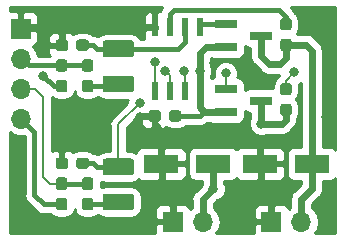
<source format=gbr>
G04 #@! TF.GenerationSoftware,KiCad,Pcbnew,(5.0.1-dev-70-gb7b125d83)*
G04 #@! TF.CreationDate,2018-10-12T17:46:44+02:00*
G04 #@! TF.ProjectId,pwm-fan-control,70776D2D66616E2D636F6E74726F6C2E,rev?*
G04 #@! TF.SameCoordinates,Original*
G04 #@! TF.FileFunction,Copper,L1,Top,Signal*
G04 #@! TF.FilePolarity,Positive*
%FSLAX46Y46*%
G04 Gerber Fmt 4.6, Leading zero omitted, Abs format (unit mm)*
G04 Created by KiCad (PCBNEW (5.0.1-dev-70-gb7b125d83)) date 10/12/18 17:46:44*
%MOMM*%
%LPD*%
G01*
G04 APERTURE LIST*
G04 #@! TA.AperFunction,Conductor*
%ADD10C,0.100000*%
G04 #@! TD*
G04 #@! TA.AperFunction,SMDPad,CuDef*
%ADD11C,1.425000*%
G04 #@! TD*
G04 #@! TA.AperFunction,SMDPad,CuDef*
%ADD12C,0.950000*%
G04 #@! TD*
G04 #@! TA.AperFunction,SMDPad,CuDef*
%ADD13R,1.900000X0.800000*%
G04 #@! TD*
G04 #@! TA.AperFunction,ComponentPad*
%ADD14O,1.700000X1.700000*%
G04 #@! TD*
G04 #@! TA.AperFunction,ComponentPad*
%ADD15R,1.700000X1.700000*%
G04 #@! TD*
G04 #@! TA.AperFunction,SMDPad,CuDef*
%ADD16R,3.000000X1.600000*%
G04 #@! TD*
G04 #@! TA.AperFunction,SMDPad,CuDef*
%ADD17R,0.600000X1.550000*%
G04 #@! TD*
G04 #@! TA.AperFunction,ViaPad*
%ADD18C,0.800000*%
G04 #@! TD*
G04 #@! TA.AperFunction,Conductor*
%ADD19C,0.400000*%
G04 #@! TD*
G04 #@! TA.AperFunction,Conductor*
%ADD20C,0.600000*%
G04 #@! TD*
G04 #@! TA.AperFunction,Conductor*
%ADD21C,0.200000*%
G04 #@! TD*
G04 #@! TA.AperFunction,Conductor*
%ADD22C,0.254000*%
G04 #@! TD*
G04 APERTURE END LIST*
D10*
G04 #@! TO.N,Net-(C4-Pad2)*
G04 #@! TO.C,L2*
G36*
X141999504Y-53501204D02*
X142023773Y-53504804D01*
X142047571Y-53510765D01*
X142070671Y-53519030D01*
X142092849Y-53529520D01*
X142113893Y-53542133D01*
X142133598Y-53556747D01*
X142151777Y-53573223D01*
X142168253Y-53591402D01*
X142182867Y-53611107D01*
X142195480Y-53632151D01*
X142205970Y-53654329D01*
X142214235Y-53677429D01*
X142220196Y-53701227D01*
X142223796Y-53725496D01*
X142225000Y-53750000D01*
X142225000Y-54675000D01*
X142223796Y-54699504D01*
X142220196Y-54723773D01*
X142214235Y-54747571D01*
X142205970Y-54770671D01*
X142195480Y-54792849D01*
X142182867Y-54813893D01*
X142168253Y-54833598D01*
X142151777Y-54851777D01*
X142133598Y-54868253D01*
X142113893Y-54882867D01*
X142092849Y-54895480D01*
X142070671Y-54905970D01*
X142047571Y-54914235D01*
X142023773Y-54920196D01*
X141999504Y-54923796D01*
X141975000Y-54925000D01*
X139825000Y-54925000D01*
X139800496Y-54923796D01*
X139776227Y-54920196D01*
X139752429Y-54914235D01*
X139729329Y-54905970D01*
X139707151Y-54895480D01*
X139686107Y-54882867D01*
X139666402Y-54868253D01*
X139648223Y-54851777D01*
X139631747Y-54833598D01*
X139617133Y-54813893D01*
X139604520Y-54792849D01*
X139594030Y-54770671D01*
X139585765Y-54747571D01*
X139579804Y-54723773D01*
X139576204Y-54699504D01*
X139575000Y-54675000D01*
X139575000Y-53750000D01*
X139576204Y-53725496D01*
X139579804Y-53701227D01*
X139585765Y-53677429D01*
X139594030Y-53654329D01*
X139604520Y-53632151D01*
X139617133Y-53611107D01*
X139631747Y-53591402D01*
X139648223Y-53573223D01*
X139666402Y-53556747D01*
X139686107Y-53542133D01*
X139707151Y-53529520D01*
X139729329Y-53519030D01*
X139752429Y-53510765D01*
X139776227Y-53504804D01*
X139800496Y-53501204D01*
X139825000Y-53500000D01*
X141975000Y-53500000D01*
X141999504Y-53501204D01*
X141999504Y-53501204D01*
G37*
D11*
G04 #@! TD*
G04 #@! TO.P,L2,2*
G04 #@! TO.N,Net-(C4-Pad2)*
X140900000Y-54212500D03*
D10*
G04 #@! TO.N,Net-(L2-Pad1)*
G04 #@! TO.C,L2*
G36*
X141999504Y-56476204D02*
X142023773Y-56479804D01*
X142047571Y-56485765D01*
X142070671Y-56494030D01*
X142092849Y-56504520D01*
X142113893Y-56517133D01*
X142133598Y-56531747D01*
X142151777Y-56548223D01*
X142168253Y-56566402D01*
X142182867Y-56586107D01*
X142195480Y-56607151D01*
X142205970Y-56629329D01*
X142214235Y-56652429D01*
X142220196Y-56676227D01*
X142223796Y-56700496D01*
X142225000Y-56725000D01*
X142225000Y-57650000D01*
X142223796Y-57674504D01*
X142220196Y-57698773D01*
X142214235Y-57722571D01*
X142205970Y-57745671D01*
X142195480Y-57767849D01*
X142182867Y-57788893D01*
X142168253Y-57808598D01*
X142151777Y-57826777D01*
X142133598Y-57843253D01*
X142113893Y-57857867D01*
X142092849Y-57870480D01*
X142070671Y-57880970D01*
X142047571Y-57889235D01*
X142023773Y-57895196D01*
X141999504Y-57898796D01*
X141975000Y-57900000D01*
X139825000Y-57900000D01*
X139800496Y-57898796D01*
X139776227Y-57895196D01*
X139752429Y-57889235D01*
X139729329Y-57880970D01*
X139707151Y-57870480D01*
X139686107Y-57857867D01*
X139666402Y-57843253D01*
X139648223Y-57826777D01*
X139631747Y-57808598D01*
X139617133Y-57788893D01*
X139604520Y-57767849D01*
X139594030Y-57745671D01*
X139585765Y-57722571D01*
X139579804Y-57698773D01*
X139576204Y-57674504D01*
X139575000Y-57650000D01*
X139575000Y-56725000D01*
X139576204Y-56700496D01*
X139579804Y-56676227D01*
X139585765Y-56652429D01*
X139594030Y-56629329D01*
X139604520Y-56607151D01*
X139617133Y-56586107D01*
X139631747Y-56566402D01*
X139648223Y-56548223D01*
X139666402Y-56531747D01*
X139686107Y-56517133D01*
X139707151Y-56504520D01*
X139729329Y-56494030D01*
X139752429Y-56485765D01*
X139776227Y-56479804D01*
X139800496Y-56476204D01*
X139825000Y-56475000D01*
X141975000Y-56475000D01*
X141999504Y-56476204D01*
X141999504Y-56476204D01*
G37*
D11*
G04 #@! TD*
G04 #@! TO.P,L2,1*
G04 #@! TO.N,Net-(L2-Pad1)*
X140900000Y-57187500D03*
D10*
G04 #@! TO.N,Net-(R6-Pad2)*
G04 #@! TO.C,R6*
G36*
X155360779Y-47101144D02*
X155383834Y-47104563D01*
X155406443Y-47110227D01*
X155428387Y-47118079D01*
X155449457Y-47128044D01*
X155469448Y-47140026D01*
X155488168Y-47153910D01*
X155505438Y-47169562D01*
X155521090Y-47186832D01*
X155534974Y-47205552D01*
X155546956Y-47225543D01*
X155556921Y-47246613D01*
X155564773Y-47268557D01*
X155570437Y-47291166D01*
X155573856Y-47314221D01*
X155575000Y-47337500D01*
X155575000Y-47912500D01*
X155573856Y-47935779D01*
X155570437Y-47958834D01*
X155564773Y-47981443D01*
X155556921Y-48003387D01*
X155546956Y-48024457D01*
X155534974Y-48044448D01*
X155521090Y-48063168D01*
X155505438Y-48080438D01*
X155488168Y-48096090D01*
X155469448Y-48109974D01*
X155449457Y-48121956D01*
X155428387Y-48131921D01*
X155406443Y-48139773D01*
X155383834Y-48145437D01*
X155360779Y-48148856D01*
X155337500Y-48150000D01*
X154862500Y-48150000D01*
X154839221Y-48148856D01*
X154816166Y-48145437D01*
X154793557Y-48139773D01*
X154771613Y-48131921D01*
X154750543Y-48121956D01*
X154730552Y-48109974D01*
X154711832Y-48096090D01*
X154694562Y-48080438D01*
X154678910Y-48063168D01*
X154665026Y-48044448D01*
X154653044Y-48024457D01*
X154643079Y-48003387D01*
X154635227Y-47981443D01*
X154629563Y-47958834D01*
X154626144Y-47935779D01*
X154625000Y-47912500D01*
X154625000Y-47337500D01*
X154626144Y-47314221D01*
X154629563Y-47291166D01*
X154635227Y-47268557D01*
X154643079Y-47246613D01*
X154653044Y-47225543D01*
X154665026Y-47205552D01*
X154678910Y-47186832D01*
X154694562Y-47169562D01*
X154711832Y-47153910D01*
X154730552Y-47140026D01*
X154750543Y-47128044D01*
X154771613Y-47118079D01*
X154793557Y-47110227D01*
X154816166Y-47104563D01*
X154839221Y-47101144D01*
X154862500Y-47100000D01*
X155337500Y-47100000D01*
X155360779Y-47101144D01*
X155360779Y-47101144D01*
G37*
D12*
G04 #@! TD*
G04 #@! TO.P,R6,2*
G04 #@! TO.N,Net-(R6-Pad2)*
X155100000Y-47625000D03*
D10*
G04 #@! TO.N,/VFAN1*
G04 #@! TO.C,R6*
G36*
X155360779Y-48851144D02*
X155383834Y-48854563D01*
X155406443Y-48860227D01*
X155428387Y-48868079D01*
X155449457Y-48878044D01*
X155469448Y-48890026D01*
X155488168Y-48903910D01*
X155505438Y-48919562D01*
X155521090Y-48936832D01*
X155534974Y-48955552D01*
X155546956Y-48975543D01*
X155556921Y-48996613D01*
X155564773Y-49018557D01*
X155570437Y-49041166D01*
X155573856Y-49064221D01*
X155575000Y-49087500D01*
X155575000Y-49662500D01*
X155573856Y-49685779D01*
X155570437Y-49708834D01*
X155564773Y-49731443D01*
X155556921Y-49753387D01*
X155546956Y-49774457D01*
X155534974Y-49794448D01*
X155521090Y-49813168D01*
X155505438Y-49830438D01*
X155488168Y-49846090D01*
X155469448Y-49859974D01*
X155449457Y-49871956D01*
X155428387Y-49881921D01*
X155406443Y-49889773D01*
X155383834Y-49895437D01*
X155360779Y-49898856D01*
X155337500Y-49900000D01*
X154862500Y-49900000D01*
X154839221Y-49898856D01*
X154816166Y-49895437D01*
X154793557Y-49889773D01*
X154771613Y-49881921D01*
X154750543Y-49871956D01*
X154730552Y-49859974D01*
X154711832Y-49846090D01*
X154694562Y-49830438D01*
X154678910Y-49813168D01*
X154665026Y-49794448D01*
X154653044Y-49774457D01*
X154643079Y-49753387D01*
X154635227Y-49731443D01*
X154629563Y-49708834D01*
X154626144Y-49685779D01*
X154625000Y-49662500D01*
X154625000Y-49087500D01*
X154626144Y-49064221D01*
X154629563Y-49041166D01*
X154635227Y-49018557D01*
X154643079Y-48996613D01*
X154653044Y-48975543D01*
X154665026Y-48955552D01*
X154678910Y-48936832D01*
X154694562Y-48919562D01*
X154711832Y-48903910D01*
X154730552Y-48890026D01*
X154750543Y-48878044D01*
X154771613Y-48868079D01*
X154793557Y-48860227D01*
X154816166Y-48854563D01*
X154839221Y-48851144D01*
X154862500Y-48850000D01*
X155337500Y-48850000D01*
X155360779Y-48851144D01*
X155360779Y-48851144D01*
G37*
D12*
G04 #@! TD*
G04 #@! TO.P,R6,1*
G04 #@! TO.N,/VFAN1*
X155100000Y-49375000D03*
D10*
G04 #@! TO.N,VCCFan*
G04 #@! TO.C,R4*
G36*
X136360779Y-56851144D02*
X136383834Y-56854563D01*
X136406443Y-56860227D01*
X136428387Y-56868079D01*
X136449457Y-56878044D01*
X136469448Y-56890026D01*
X136488168Y-56903910D01*
X136505438Y-56919562D01*
X136521090Y-56936832D01*
X136534974Y-56955552D01*
X136546956Y-56975543D01*
X136556921Y-56996613D01*
X136564773Y-57018557D01*
X136570437Y-57041166D01*
X136573856Y-57064221D01*
X136575000Y-57087500D01*
X136575000Y-57662500D01*
X136573856Y-57685779D01*
X136570437Y-57708834D01*
X136564773Y-57731443D01*
X136556921Y-57753387D01*
X136546956Y-57774457D01*
X136534974Y-57794448D01*
X136521090Y-57813168D01*
X136505438Y-57830438D01*
X136488168Y-57846090D01*
X136469448Y-57859974D01*
X136449457Y-57871956D01*
X136428387Y-57881921D01*
X136406443Y-57889773D01*
X136383834Y-57895437D01*
X136360779Y-57898856D01*
X136337500Y-57900000D01*
X135862500Y-57900000D01*
X135839221Y-57898856D01*
X135816166Y-57895437D01*
X135793557Y-57889773D01*
X135771613Y-57881921D01*
X135750543Y-57871956D01*
X135730552Y-57859974D01*
X135711832Y-57846090D01*
X135694562Y-57830438D01*
X135678910Y-57813168D01*
X135665026Y-57794448D01*
X135653044Y-57774457D01*
X135643079Y-57753387D01*
X135635227Y-57731443D01*
X135629563Y-57708834D01*
X135626144Y-57685779D01*
X135625000Y-57662500D01*
X135625000Y-57087500D01*
X135626144Y-57064221D01*
X135629563Y-57041166D01*
X135635227Y-57018557D01*
X135643079Y-56996613D01*
X135653044Y-56975543D01*
X135665026Y-56955552D01*
X135678910Y-56936832D01*
X135694562Y-56919562D01*
X135711832Y-56903910D01*
X135730552Y-56890026D01*
X135750543Y-56878044D01*
X135771613Y-56868079D01*
X135793557Y-56860227D01*
X135816166Y-56854563D01*
X135839221Y-56851144D01*
X135862500Y-56850000D01*
X136337500Y-56850000D01*
X136360779Y-56851144D01*
X136360779Y-56851144D01*
G37*
D12*
G04 #@! TD*
G04 #@! TO.P,R4,2*
G04 #@! TO.N,VCCFan*
X136100000Y-57375000D03*
D10*
G04 #@! TO.N,/~PWM1*
G04 #@! TO.C,R4*
G36*
X136360779Y-55101144D02*
X136383834Y-55104563D01*
X136406443Y-55110227D01*
X136428387Y-55118079D01*
X136449457Y-55128044D01*
X136469448Y-55140026D01*
X136488168Y-55153910D01*
X136505438Y-55169562D01*
X136521090Y-55186832D01*
X136534974Y-55205552D01*
X136546956Y-55225543D01*
X136556921Y-55246613D01*
X136564773Y-55268557D01*
X136570437Y-55291166D01*
X136573856Y-55314221D01*
X136575000Y-55337500D01*
X136575000Y-55912500D01*
X136573856Y-55935779D01*
X136570437Y-55958834D01*
X136564773Y-55981443D01*
X136556921Y-56003387D01*
X136546956Y-56024457D01*
X136534974Y-56044448D01*
X136521090Y-56063168D01*
X136505438Y-56080438D01*
X136488168Y-56096090D01*
X136469448Y-56109974D01*
X136449457Y-56121956D01*
X136428387Y-56131921D01*
X136406443Y-56139773D01*
X136383834Y-56145437D01*
X136360779Y-56148856D01*
X136337500Y-56150000D01*
X135862500Y-56150000D01*
X135839221Y-56148856D01*
X135816166Y-56145437D01*
X135793557Y-56139773D01*
X135771613Y-56131921D01*
X135750543Y-56121956D01*
X135730552Y-56109974D01*
X135711832Y-56096090D01*
X135694562Y-56080438D01*
X135678910Y-56063168D01*
X135665026Y-56044448D01*
X135653044Y-56024457D01*
X135643079Y-56003387D01*
X135635227Y-55981443D01*
X135629563Y-55958834D01*
X135626144Y-55935779D01*
X135625000Y-55912500D01*
X135625000Y-55337500D01*
X135626144Y-55314221D01*
X135629563Y-55291166D01*
X135635227Y-55268557D01*
X135643079Y-55246613D01*
X135653044Y-55225543D01*
X135665026Y-55205552D01*
X135678910Y-55186832D01*
X135694562Y-55169562D01*
X135711832Y-55153910D01*
X135730552Y-55140026D01*
X135750543Y-55128044D01*
X135771613Y-55118079D01*
X135793557Y-55110227D01*
X135816166Y-55104563D01*
X135839221Y-55101144D01*
X135862500Y-55100000D01*
X136337500Y-55100000D01*
X136360779Y-55101144D01*
X136360779Y-55101144D01*
G37*
D12*
G04 #@! TD*
G04 #@! TO.P,R4,1*
G04 #@! TO.N,/~PWM1*
X136100000Y-55625000D03*
D13*
G04 #@! TO.P,Q2,3*
G04 #@! TO.N,/VFAN1*
X153000000Y-48600000D03*
G04 #@! TO.P,Q2,2*
G04 #@! TO.N,VCCFan*
X150000000Y-49550000D03*
G04 #@! TO.P,Q2,1*
G04 #@! TO.N,Net-(Q2-Pad1)*
X150000000Y-47650000D03*
G04 #@! TD*
D14*
G04 #@! TO.P,J4,2*
G04 #@! TO.N,/VFAN1*
X148050000Y-58850000D03*
D15*
G04 #@! TO.P,J4,1*
G04 #@! TO.N,GND*
X145510000Y-58850000D03*
G04 #@! TD*
D16*
G04 #@! TO.P,C5,2*
G04 #@! TO.N,/VFAN1*
X148950000Y-53950000D03*
G04 #@! TO.P,C5,1*
G04 #@! TO.N,GND*
X144550000Y-53950000D03*
G04 #@! TD*
D10*
G04 #@! TO.N,GND*
G04 #@! TO.C,C4*
G36*
X136435779Y-53426144D02*
X136458834Y-53429563D01*
X136481443Y-53435227D01*
X136503387Y-53443079D01*
X136524457Y-53453044D01*
X136544448Y-53465026D01*
X136563168Y-53478910D01*
X136580438Y-53494562D01*
X136596090Y-53511832D01*
X136609974Y-53530552D01*
X136621956Y-53550543D01*
X136631921Y-53571613D01*
X136639773Y-53593557D01*
X136645437Y-53616166D01*
X136648856Y-53639221D01*
X136650000Y-53662500D01*
X136650000Y-54137500D01*
X136648856Y-54160779D01*
X136645437Y-54183834D01*
X136639773Y-54206443D01*
X136631921Y-54228387D01*
X136621956Y-54249457D01*
X136609974Y-54269448D01*
X136596090Y-54288168D01*
X136580438Y-54305438D01*
X136563168Y-54321090D01*
X136544448Y-54334974D01*
X136524457Y-54346956D01*
X136503387Y-54356921D01*
X136481443Y-54364773D01*
X136458834Y-54370437D01*
X136435779Y-54373856D01*
X136412500Y-54375000D01*
X135837500Y-54375000D01*
X135814221Y-54373856D01*
X135791166Y-54370437D01*
X135768557Y-54364773D01*
X135746613Y-54356921D01*
X135725543Y-54346956D01*
X135705552Y-54334974D01*
X135686832Y-54321090D01*
X135669562Y-54305438D01*
X135653910Y-54288168D01*
X135640026Y-54269448D01*
X135628044Y-54249457D01*
X135618079Y-54228387D01*
X135610227Y-54206443D01*
X135604563Y-54183834D01*
X135601144Y-54160779D01*
X135600000Y-54137500D01*
X135600000Y-53662500D01*
X135601144Y-53639221D01*
X135604563Y-53616166D01*
X135610227Y-53593557D01*
X135618079Y-53571613D01*
X135628044Y-53550543D01*
X135640026Y-53530552D01*
X135653910Y-53511832D01*
X135669562Y-53494562D01*
X135686832Y-53478910D01*
X135705552Y-53465026D01*
X135725543Y-53453044D01*
X135746613Y-53443079D01*
X135768557Y-53435227D01*
X135791166Y-53429563D01*
X135814221Y-53426144D01*
X135837500Y-53425000D01*
X136412500Y-53425000D01*
X136435779Y-53426144D01*
X136435779Y-53426144D01*
G37*
D12*
G04 #@! TD*
G04 #@! TO.P,C4,1*
G04 #@! TO.N,GND*
X136125000Y-53900000D03*
D10*
G04 #@! TO.N,Net-(C4-Pad2)*
G04 #@! TO.C,C4*
G36*
X138185779Y-53426144D02*
X138208834Y-53429563D01*
X138231443Y-53435227D01*
X138253387Y-53443079D01*
X138274457Y-53453044D01*
X138294448Y-53465026D01*
X138313168Y-53478910D01*
X138330438Y-53494562D01*
X138346090Y-53511832D01*
X138359974Y-53530552D01*
X138371956Y-53550543D01*
X138381921Y-53571613D01*
X138389773Y-53593557D01*
X138395437Y-53616166D01*
X138398856Y-53639221D01*
X138400000Y-53662500D01*
X138400000Y-54137500D01*
X138398856Y-54160779D01*
X138395437Y-54183834D01*
X138389773Y-54206443D01*
X138381921Y-54228387D01*
X138371956Y-54249457D01*
X138359974Y-54269448D01*
X138346090Y-54288168D01*
X138330438Y-54305438D01*
X138313168Y-54321090D01*
X138294448Y-54334974D01*
X138274457Y-54346956D01*
X138253387Y-54356921D01*
X138231443Y-54364773D01*
X138208834Y-54370437D01*
X138185779Y-54373856D01*
X138162500Y-54375000D01*
X137587500Y-54375000D01*
X137564221Y-54373856D01*
X137541166Y-54370437D01*
X137518557Y-54364773D01*
X137496613Y-54356921D01*
X137475543Y-54346956D01*
X137455552Y-54334974D01*
X137436832Y-54321090D01*
X137419562Y-54305438D01*
X137403910Y-54288168D01*
X137390026Y-54269448D01*
X137378044Y-54249457D01*
X137368079Y-54228387D01*
X137360227Y-54206443D01*
X137354563Y-54183834D01*
X137351144Y-54160779D01*
X137350000Y-54137500D01*
X137350000Y-53662500D01*
X137351144Y-53639221D01*
X137354563Y-53616166D01*
X137360227Y-53593557D01*
X137368079Y-53571613D01*
X137378044Y-53550543D01*
X137390026Y-53530552D01*
X137403910Y-53511832D01*
X137419562Y-53494562D01*
X137436832Y-53478910D01*
X137455552Y-53465026D01*
X137475543Y-53453044D01*
X137496613Y-53443079D01*
X137518557Y-53435227D01*
X137541166Y-53429563D01*
X137564221Y-53426144D01*
X137587500Y-53425000D01*
X138162500Y-53425000D01*
X138185779Y-53426144D01*
X138185779Y-53426144D01*
G37*
D12*
G04 #@! TD*
G04 #@! TO.P,C4,2*
G04 #@! TO.N,Net-(C4-Pad2)*
X137875000Y-53900000D03*
D10*
G04 #@! TO.N,Net-(L2-Pad1)*
G04 #@! TO.C,R5*
G36*
X138560779Y-56851144D02*
X138583834Y-56854563D01*
X138606443Y-56860227D01*
X138628387Y-56868079D01*
X138649457Y-56878044D01*
X138669448Y-56890026D01*
X138688168Y-56903910D01*
X138705438Y-56919562D01*
X138721090Y-56936832D01*
X138734974Y-56955552D01*
X138746956Y-56975543D01*
X138756921Y-56996613D01*
X138764773Y-57018557D01*
X138770437Y-57041166D01*
X138773856Y-57064221D01*
X138775000Y-57087500D01*
X138775000Y-57662500D01*
X138773856Y-57685779D01*
X138770437Y-57708834D01*
X138764773Y-57731443D01*
X138756921Y-57753387D01*
X138746956Y-57774457D01*
X138734974Y-57794448D01*
X138721090Y-57813168D01*
X138705438Y-57830438D01*
X138688168Y-57846090D01*
X138669448Y-57859974D01*
X138649457Y-57871956D01*
X138628387Y-57881921D01*
X138606443Y-57889773D01*
X138583834Y-57895437D01*
X138560779Y-57898856D01*
X138537500Y-57900000D01*
X138062500Y-57900000D01*
X138039221Y-57898856D01*
X138016166Y-57895437D01*
X137993557Y-57889773D01*
X137971613Y-57881921D01*
X137950543Y-57871956D01*
X137930552Y-57859974D01*
X137911832Y-57846090D01*
X137894562Y-57830438D01*
X137878910Y-57813168D01*
X137865026Y-57794448D01*
X137853044Y-57774457D01*
X137843079Y-57753387D01*
X137835227Y-57731443D01*
X137829563Y-57708834D01*
X137826144Y-57685779D01*
X137825000Y-57662500D01*
X137825000Y-57087500D01*
X137826144Y-57064221D01*
X137829563Y-57041166D01*
X137835227Y-57018557D01*
X137843079Y-56996613D01*
X137853044Y-56975543D01*
X137865026Y-56955552D01*
X137878910Y-56936832D01*
X137894562Y-56919562D01*
X137911832Y-56903910D01*
X137930552Y-56890026D01*
X137950543Y-56878044D01*
X137971613Y-56868079D01*
X137993557Y-56860227D01*
X138016166Y-56854563D01*
X138039221Y-56851144D01*
X138062500Y-56850000D01*
X138537500Y-56850000D01*
X138560779Y-56851144D01*
X138560779Y-56851144D01*
G37*
D12*
G04 #@! TD*
G04 #@! TO.P,R5,1*
G04 #@! TO.N,Net-(L2-Pad1)*
X138300000Y-57375000D03*
D10*
G04 #@! TO.N,/~PWM1*
G04 #@! TO.C,R5*
G36*
X138560779Y-55101144D02*
X138583834Y-55104563D01*
X138606443Y-55110227D01*
X138628387Y-55118079D01*
X138649457Y-55128044D01*
X138669448Y-55140026D01*
X138688168Y-55153910D01*
X138705438Y-55169562D01*
X138721090Y-55186832D01*
X138734974Y-55205552D01*
X138746956Y-55225543D01*
X138756921Y-55246613D01*
X138764773Y-55268557D01*
X138770437Y-55291166D01*
X138773856Y-55314221D01*
X138775000Y-55337500D01*
X138775000Y-55912500D01*
X138773856Y-55935779D01*
X138770437Y-55958834D01*
X138764773Y-55981443D01*
X138756921Y-56003387D01*
X138746956Y-56024457D01*
X138734974Y-56044448D01*
X138721090Y-56063168D01*
X138705438Y-56080438D01*
X138688168Y-56096090D01*
X138669448Y-56109974D01*
X138649457Y-56121956D01*
X138628387Y-56131921D01*
X138606443Y-56139773D01*
X138583834Y-56145437D01*
X138560779Y-56148856D01*
X138537500Y-56150000D01*
X138062500Y-56150000D01*
X138039221Y-56148856D01*
X138016166Y-56145437D01*
X137993557Y-56139773D01*
X137971613Y-56131921D01*
X137950543Y-56121956D01*
X137930552Y-56109974D01*
X137911832Y-56096090D01*
X137894562Y-56080438D01*
X137878910Y-56063168D01*
X137865026Y-56044448D01*
X137853044Y-56024457D01*
X137843079Y-56003387D01*
X137835227Y-55981443D01*
X137829563Y-55958834D01*
X137826144Y-55935779D01*
X137825000Y-55912500D01*
X137825000Y-55337500D01*
X137826144Y-55314221D01*
X137829563Y-55291166D01*
X137835227Y-55268557D01*
X137843079Y-55246613D01*
X137853044Y-55225543D01*
X137865026Y-55205552D01*
X137878910Y-55186832D01*
X137894562Y-55169562D01*
X137911832Y-55153910D01*
X137930552Y-55140026D01*
X137950543Y-55128044D01*
X137971613Y-55118079D01*
X137993557Y-55110227D01*
X138016166Y-55104563D01*
X138039221Y-55101144D01*
X138062500Y-55100000D01*
X138537500Y-55100000D01*
X138560779Y-55101144D01*
X138560779Y-55101144D01*
G37*
D12*
G04 #@! TD*
G04 #@! TO.P,R5,2*
G04 #@! TO.N,/~PWM1*
X138300000Y-55625000D03*
D10*
G04 #@! TO.N,Net-(C2-Pad2)*
G04 #@! TO.C,C2*
G36*
X138185779Y-43426144D02*
X138208834Y-43429563D01*
X138231443Y-43435227D01*
X138253387Y-43443079D01*
X138274457Y-43453044D01*
X138294448Y-43465026D01*
X138313168Y-43478910D01*
X138330438Y-43494562D01*
X138346090Y-43511832D01*
X138359974Y-43530552D01*
X138371956Y-43550543D01*
X138381921Y-43571613D01*
X138389773Y-43593557D01*
X138395437Y-43616166D01*
X138398856Y-43639221D01*
X138400000Y-43662500D01*
X138400000Y-44137500D01*
X138398856Y-44160779D01*
X138395437Y-44183834D01*
X138389773Y-44206443D01*
X138381921Y-44228387D01*
X138371956Y-44249457D01*
X138359974Y-44269448D01*
X138346090Y-44288168D01*
X138330438Y-44305438D01*
X138313168Y-44321090D01*
X138294448Y-44334974D01*
X138274457Y-44346956D01*
X138253387Y-44356921D01*
X138231443Y-44364773D01*
X138208834Y-44370437D01*
X138185779Y-44373856D01*
X138162500Y-44375000D01*
X137587500Y-44375000D01*
X137564221Y-44373856D01*
X137541166Y-44370437D01*
X137518557Y-44364773D01*
X137496613Y-44356921D01*
X137475543Y-44346956D01*
X137455552Y-44334974D01*
X137436832Y-44321090D01*
X137419562Y-44305438D01*
X137403910Y-44288168D01*
X137390026Y-44269448D01*
X137378044Y-44249457D01*
X137368079Y-44228387D01*
X137360227Y-44206443D01*
X137354563Y-44183834D01*
X137351144Y-44160779D01*
X137350000Y-44137500D01*
X137350000Y-43662500D01*
X137351144Y-43639221D01*
X137354563Y-43616166D01*
X137360227Y-43593557D01*
X137368079Y-43571613D01*
X137378044Y-43550543D01*
X137390026Y-43530552D01*
X137403910Y-43511832D01*
X137419562Y-43494562D01*
X137436832Y-43478910D01*
X137455552Y-43465026D01*
X137475543Y-43453044D01*
X137496613Y-43443079D01*
X137518557Y-43435227D01*
X137541166Y-43429563D01*
X137564221Y-43426144D01*
X137587500Y-43425000D01*
X138162500Y-43425000D01*
X138185779Y-43426144D01*
X138185779Y-43426144D01*
G37*
D12*
G04 #@! TD*
G04 #@! TO.P,C2,2*
G04 #@! TO.N,Net-(C2-Pad2)*
X137875000Y-43900000D03*
D10*
G04 #@! TO.N,GND*
G04 #@! TO.C,C2*
G36*
X136435779Y-43426144D02*
X136458834Y-43429563D01*
X136481443Y-43435227D01*
X136503387Y-43443079D01*
X136524457Y-43453044D01*
X136544448Y-43465026D01*
X136563168Y-43478910D01*
X136580438Y-43494562D01*
X136596090Y-43511832D01*
X136609974Y-43530552D01*
X136621956Y-43550543D01*
X136631921Y-43571613D01*
X136639773Y-43593557D01*
X136645437Y-43616166D01*
X136648856Y-43639221D01*
X136650000Y-43662500D01*
X136650000Y-44137500D01*
X136648856Y-44160779D01*
X136645437Y-44183834D01*
X136639773Y-44206443D01*
X136631921Y-44228387D01*
X136621956Y-44249457D01*
X136609974Y-44269448D01*
X136596090Y-44288168D01*
X136580438Y-44305438D01*
X136563168Y-44321090D01*
X136544448Y-44334974D01*
X136524457Y-44346956D01*
X136503387Y-44356921D01*
X136481443Y-44364773D01*
X136458834Y-44370437D01*
X136435779Y-44373856D01*
X136412500Y-44375000D01*
X135837500Y-44375000D01*
X135814221Y-44373856D01*
X135791166Y-44370437D01*
X135768557Y-44364773D01*
X135746613Y-44356921D01*
X135725543Y-44346956D01*
X135705552Y-44334974D01*
X135686832Y-44321090D01*
X135669562Y-44305438D01*
X135653910Y-44288168D01*
X135640026Y-44269448D01*
X135628044Y-44249457D01*
X135618079Y-44228387D01*
X135610227Y-44206443D01*
X135604563Y-44183834D01*
X135601144Y-44160779D01*
X135600000Y-44137500D01*
X135600000Y-43662500D01*
X135601144Y-43639221D01*
X135604563Y-43616166D01*
X135610227Y-43593557D01*
X135618079Y-43571613D01*
X135628044Y-43550543D01*
X135640026Y-43530552D01*
X135653910Y-43511832D01*
X135669562Y-43494562D01*
X135686832Y-43478910D01*
X135705552Y-43465026D01*
X135725543Y-43453044D01*
X135746613Y-43443079D01*
X135768557Y-43435227D01*
X135791166Y-43429563D01*
X135814221Y-43426144D01*
X135837500Y-43425000D01*
X136412500Y-43425000D01*
X136435779Y-43426144D01*
X136435779Y-43426144D01*
G37*
D12*
G04 #@! TD*
G04 #@! TO.P,C2,1*
G04 #@! TO.N,GND*
X136125000Y-43900000D03*
D16*
G04 #@! TO.P,C3,1*
G04 #@! TO.N,GND*
X152900000Y-53950000D03*
G04 #@! TO.P,C3,2*
G04 #@! TO.N,/VFAN0*
X157300000Y-53950000D03*
G04 #@! TD*
D15*
G04 #@! TO.P,J1,1*
G04 #@! TO.N,GND*
X153860000Y-58850000D03*
D14*
G04 #@! TO.P,J1,2*
G04 #@! TO.N,/VFAN0*
X156400000Y-58850000D03*
G04 #@! TD*
D10*
G04 #@! TO.N,Net-(L1-Pad1)*
G04 #@! TO.C,L1*
G36*
X141999504Y-46476204D02*
X142023773Y-46479804D01*
X142047571Y-46485765D01*
X142070671Y-46494030D01*
X142092849Y-46504520D01*
X142113893Y-46517133D01*
X142133598Y-46531747D01*
X142151777Y-46548223D01*
X142168253Y-46566402D01*
X142182867Y-46586107D01*
X142195480Y-46607151D01*
X142205970Y-46629329D01*
X142214235Y-46652429D01*
X142220196Y-46676227D01*
X142223796Y-46700496D01*
X142225000Y-46725000D01*
X142225000Y-47650000D01*
X142223796Y-47674504D01*
X142220196Y-47698773D01*
X142214235Y-47722571D01*
X142205970Y-47745671D01*
X142195480Y-47767849D01*
X142182867Y-47788893D01*
X142168253Y-47808598D01*
X142151777Y-47826777D01*
X142133598Y-47843253D01*
X142113893Y-47857867D01*
X142092849Y-47870480D01*
X142070671Y-47880970D01*
X142047571Y-47889235D01*
X142023773Y-47895196D01*
X141999504Y-47898796D01*
X141975000Y-47900000D01*
X139825000Y-47900000D01*
X139800496Y-47898796D01*
X139776227Y-47895196D01*
X139752429Y-47889235D01*
X139729329Y-47880970D01*
X139707151Y-47870480D01*
X139686107Y-47857867D01*
X139666402Y-47843253D01*
X139648223Y-47826777D01*
X139631747Y-47808598D01*
X139617133Y-47788893D01*
X139604520Y-47767849D01*
X139594030Y-47745671D01*
X139585765Y-47722571D01*
X139579804Y-47698773D01*
X139576204Y-47674504D01*
X139575000Y-47650000D01*
X139575000Y-46725000D01*
X139576204Y-46700496D01*
X139579804Y-46676227D01*
X139585765Y-46652429D01*
X139594030Y-46629329D01*
X139604520Y-46607151D01*
X139617133Y-46586107D01*
X139631747Y-46566402D01*
X139648223Y-46548223D01*
X139666402Y-46531747D01*
X139686107Y-46517133D01*
X139707151Y-46504520D01*
X139729329Y-46494030D01*
X139752429Y-46485765D01*
X139776227Y-46479804D01*
X139800496Y-46476204D01*
X139825000Y-46475000D01*
X141975000Y-46475000D01*
X141999504Y-46476204D01*
X141999504Y-46476204D01*
G37*
D11*
G04 #@! TD*
G04 #@! TO.P,L1,1*
G04 #@! TO.N,Net-(L1-Pad1)*
X140900000Y-47187500D03*
D10*
G04 #@! TO.N,Net-(C2-Pad2)*
G04 #@! TO.C,L1*
G36*
X141999504Y-43501204D02*
X142023773Y-43504804D01*
X142047571Y-43510765D01*
X142070671Y-43519030D01*
X142092849Y-43529520D01*
X142113893Y-43542133D01*
X142133598Y-43556747D01*
X142151777Y-43573223D01*
X142168253Y-43591402D01*
X142182867Y-43611107D01*
X142195480Y-43632151D01*
X142205970Y-43654329D01*
X142214235Y-43677429D01*
X142220196Y-43701227D01*
X142223796Y-43725496D01*
X142225000Y-43750000D01*
X142225000Y-44675000D01*
X142223796Y-44699504D01*
X142220196Y-44723773D01*
X142214235Y-44747571D01*
X142205970Y-44770671D01*
X142195480Y-44792849D01*
X142182867Y-44813893D01*
X142168253Y-44833598D01*
X142151777Y-44851777D01*
X142133598Y-44868253D01*
X142113893Y-44882867D01*
X142092849Y-44895480D01*
X142070671Y-44905970D01*
X142047571Y-44914235D01*
X142023773Y-44920196D01*
X141999504Y-44923796D01*
X141975000Y-44925000D01*
X139825000Y-44925000D01*
X139800496Y-44923796D01*
X139776227Y-44920196D01*
X139752429Y-44914235D01*
X139729329Y-44905970D01*
X139707151Y-44895480D01*
X139686107Y-44882867D01*
X139666402Y-44868253D01*
X139648223Y-44851777D01*
X139631747Y-44833598D01*
X139617133Y-44813893D01*
X139604520Y-44792849D01*
X139594030Y-44770671D01*
X139585765Y-44747571D01*
X139579804Y-44723773D01*
X139576204Y-44699504D01*
X139575000Y-44675000D01*
X139575000Y-43750000D01*
X139576204Y-43725496D01*
X139579804Y-43701227D01*
X139585765Y-43677429D01*
X139594030Y-43654329D01*
X139604520Y-43632151D01*
X139617133Y-43611107D01*
X139631747Y-43591402D01*
X139648223Y-43573223D01*
X139666402Y-43556747D01*
X139686107Y-43542133D01*
X139707151Y-43529520D01*
X139729329Y-43519030D01*
X139752429Y-43510765D01*
X139776227Y-43504804D01*
X139800496Y-43501204D01*
X139825000Y-43500000D01*
X141975000Y-43500000D01*
X141999504Y-43501204D01*
X141999504Y-43501204D01*
G37*
D11*
G04 #@! TD*
G04 #@! TO.P,L1,2*
G04 #@! TO.N,Net-(C2-Pad2)*
X140900000Y-44212500D03*
D13*
G04 #@! TO.P,Q1,1*
G04 #@! TO.N,Net-(Q1-Pad1)*
X150000000Y-42150000D03*
G04 #@! TO.P,Q1,2*
G04 #@! TO.N,VCCFan*
X150000000Y-44050000D03*
G04 #@! TO.P,Q1,3*
G04 #@! TO.N,/VFAN0*
X153000000Y-43100000D03*
G04 #@! TD*
D10*
G04 #@! TO.N,/~PWM0*
G04 #@! TO.C,R1*
G36*
X136360779Y-45101144D02*
X136383834Y-45104563D01*
X136406443Y-45110227D01*
X136428387Y-45118079D01*
X136449457Y-45128044D01*
X136469448Y-45140026D01*
X136488168Y-45153910D01*
X136505438Y-45169562D01*
X136521090Y-45186832D01*
X136534974Y-45205552D01*
X136546956Y-45225543D01*
X136556921Y-45246613D01*
X136564773Y-45268557D01*
X136570437Y-45291166D01*
X136573856Y-45314221D01*
X136575000Y-45337500D01*
X136575000Y-45912500D01*
X136573856Y-45935779D01*
X136570437Y-45958834D01*
X136564773Y-45981443D01*
X136556921Y-46003387D01*
X136546956Y-46024457D01*
X136534974Y-46044448D01*
X136521090Y-46063168D01*
X136505438Y-46080438D01*
X136488168Y-46096090D01*
X136469448Y-46109974D01*
X136449457Y-46121956D01*
X136428387Y-46131921D01*
X136406443Y-46139773D01*
X136383834Y-46145437D01*
X136360779Y-46148856D01*
X136337500Y-46150000D01*
X135862500Y-46150000D01*
X135839221Y-46148856D01*
X135816166Y-46145437D01*
X135793557Y-46139773D01*
X135771613Y-46131921D01*
X135750543Y-46121956D01*
X135730552Y-46109974D01*
X135711832Y-46096090D01*
X135694562Y-46080438D01*
X135678910Y-46063168D01*
X135665026Y-46044448D01*
X135653044Y-46024457D01*
X135643079Y-46003387D01*
X135635227Y-45981443D01*
X135629563Y-45958834D01*
X135626144Y-45935779D01*
X135625000Y-45912500D01*
X135625000Y-45337500D01*
X135626144Y-45314221D01*
X135629563Y-45291166D01*
X135635227Y-45268557D01*
X135643079Y-45246613D01*
X135653044Y-45225543D01*
X135665026Y-45205552D01*
X135678910Y-45186832D01*
X135694562Y-45169562D01*
X135711832Y-45153910D01*
X135730552Y-45140026D01*
X135750543Y-45128044D01*
X135771613Y-45118079D01*
X135793557Y-45110227D01*
X135816166Y-45104563D01*
X135839221Y-45101144D01*
X135862500Y-45100000D01*
X136337500Y-45100000D01*
X136360779Y-45101144D01*
X136360779Y-45101144D01*
G37*
D12*
G04 #@! TD*
G04 #@! TO.P,R1,1*
G04 #@! TO.N,/~PWM0*
X136100000Y-45625000D03*
D10*
G04 #@! TO.N,VCCFan*
G04 #@! TO.C,R1*
G36*
X136360779Y-46851144D02*
X136383834Y-46854563D01*
X136406443Y-46860227D01*
X136428387Y-46868079D01*
X136449457Y-46878044D01*
X136469448Y-46890026D01*
X136488168Y-46903910D01*
X136505438Y-46919562D01*
X136521090Y-46936832D01*
X136534974Y-46955552D01*
X136546956Y-46975543D01*
X136556921Y-46996613D01*
X136564773Y-47018557D01*
X136570437Y-47041166D01*
X136573856Y-47064221D01*
X136575000Y-47087500D01*
X136575000Y-47662500D01*
X136573856Y-47685779D01*
X136570437Y-47708834D01*
X136564773Y-47731443D01*
X136556921Y-47753387D01*
X136546956Y-47774457D01*
X136534974Y-47794448D01*
X136521090Y-47813168D01*
X136505438Y-47830438D01*
X136488168Y-47846090D01*
X136469448Y-47859974D01*
X136449457Y-47871956D01*
X136428387Y-47881921D01*
X136406443Y-47889773D01*
X136383834Y-47895437D01*
X136360779Y-47898856D01*
X136337500Y-47900000D01*
X135862500Y-47900000D01*
X135839221Y-47898856D01*
X135816166Y-47895437D01*
X135793557Y-47889773D01*
X135771613Y-47881921D01*
X135750543Y-47871956D01*
X135730552Y-47859974D01*
X135711832Y-47846090D01*
X135694562Y-47830438D01*
X135678910Y-47813168D01*
X135665026Y-47794448D01*
X135653044Y-47774457D01*
X135643079Y-47753387D01*
X135635227Y-47731443D01*
X135629563Y-47708834D01*
X135626144Y-47685779D01*
X135625000Y-47662500D01*
X135625000Y-47087500D01*
X135626144Y-47064221D01*
X135629563Y-47041166D01*
X135635227Y-47018557D01*
X135643079Y-46996613D01*
X135653044Y-46975543D01*
X135665026Y-46955552D01*
X135678910Y-46936832D01*
X135694562Y-46919562D01*
X135711832Y-46903910D01*
X135730552Y-46890026D01*
X135750543Y-46878044D01*
X135771613Y-46868079D01*
X135793557Y-46860227D01*
X135816166Y-46854563D01*
X135839221Y-46851144D01*
X135862500Y-46850000D01*
X136337500Y-46850000D01*
X136360779Y-46851144D01*
X136360779Y-46851144D01*
G37*
D12*
G04 #@! TD*
G04 #@! TO.P,R1,2*
G04 #@! TO.N,VCCFan*
X136100000Y-47375000D03*
D10*
G04 #@! TO.N,/~PWM0*
G04 #@! TO.C,R2*
G36*
X138560779Y-45101144D02*
X138583834Y-45104563D01*
X138606443Y-45110227D01*
X138628387Y-45118079D01*
X138649457Y-45128044D01*
X138669448Y-45140026D01*
X138688168Y-45153910D01*
X138705438Y-45169562D01*
X138721090Y-45186832D01*
X138734974Y-45205552D01*
X138746956Y-45225543D01*
X138756921Y-45246613D01*
X138764773Y-45268557D01*
X138770437Y-45291166D01*
X138773856Y-45314221D01*
X138775000Y-45337500D01*
X138775000Y-45912500D01*
X138773856Y-45935779D01*
X138770437Y-45958834D01*
X138764773Y-45981443D01*
X138756921Y-46003387D01*
X138746956Y-46024457D01*
X138734974Y-46044448D01*
X138721090Y-46063168D01*
X138705438Y-46080438D01*
X138688168Y-46096090D01*
X138669448Y-46109974D01*
X138649457Y-46121956D01*
X138628387Y-46131921D01*
X138606443Y-46139773D01*
X138583834Y-46145437D01*
X138560779Y-46148856D01*
X138537500Y-46150000D01*
X138062500Y-46150000D01*
X138039221Y-46148856D01*
X138016166Y-46145437D01*
X137993557Y-46139773D01*
X137971613Y-46131921D01*
X137950543Y-46121956D01*
X137930552Y-46109974D01*
X137911832Y-46096090D01*
X137894562Y-46080438D01*
X137878910Y-46063168D01*
X137865026Y-46044448D01*
X137853044Y-46024457D01*
X137843079Y-46003387D01*
X137835227Y-45981443D01*
X137829563Y-45958834D01*
X137826144Y-45935779D01*
X137825000Y-45912500D01*
X137825000Y-45337500D01*
X137826144Y-45314221D01*
X137829563Y-45291166D01*
X137835227Y-45268557D01*
X137843079Y-45246613D01*
X137853044Y-45225543D01*
X137865026Y-45205552D01*
X137878910Y-45186832D01*
X137894562Y-45169562D01*
X137911832Y-45153910D01*
X137930552Y-45140026D01*
X137950543Y-45128044D01*
X137971613Y-45118079D01*
X137993557Y-45110227D01*
X138016166Y-45104563D01*
X138039221Y-45101144D01*
X138062500Y-45100000D01*
X138537500Y-45100000D01*
X138560779Y-45101144D01*
X138560779Y-45101144D01*
G37*
D12*
G04 #@! TD*
G04 #@! TO.P,R2,2*
G04 #@! TO.N,/~PWM0*
X138300000Y-45625000D03*
D10*
G04 #@! TO.N,Net-(L1-Pad1)*
G04 #@! TO.C,R2*
G36*
X138560779Y-46851144D02*
X138583834Y-46854563D01*
X138606443Y-46860227D01*
X138628387Y-46868079D01*
X138649457Y-46878044D01*
X138669448Y-46890026D01*
X138688168Y-46903910D01*
X138705438Y-46919562D01*
X138721090Y-46936832D01*
X138734974Y-46955552D01*
X138746956Y-46975543D01*
X138756921Y-46996613D01*
X138764773Y-47018557D01*
X138770437Y-47041166D01*
X138773856Y-47064221D01*
X138775000Y-47087500D01*
X138775000Y-47662500D01*
X138773856Y-47685779D01*
X138770437Y-47708834D01*
X138764773Y-47731443D01*
X138756921Y-47753387D01*
X138746956Y-47774457D01*
X138734974Y-47794448D01*
X138721090Y-47813168D01*
X138705438Y-47830438D01*
X138688168Y-47846090D01*
X138669448Y-47859974D01*
X138649457Y-47871956D01*
X138628387Y-47881921D01*
X138606443Y-47889773D01*
X138583834Y-47895437D01*
X138560779Y-47898856D01*
X138537500Y-47900000D01*
X138062500Y-47900000D01*
X138039221Y-47898856D01*
X138016166Y-47895437D01*
X137993557Y-47889773D01*
X137971613Y-47881921D01*
X137950543Y-47871956D01*
X137930552Y-47859974D01*
X137911832Y-47846090D01*
X137894562Y-47830438D01*
X137878910Y-47813168D01*
X137865026Y-47794448D01*
X137853044Y-47774457D01*
X137843079Y-47753387D01*
X137835227Y-47731443D01*
X137829563Y-47708834D01*
X137826144Y-47685779D01*
X137825000Y-47662500D01*
X137825000Y-47087500D01*
X137826144Y-47064221D01*
X137829563Y-47041166D01*
X137835227Y-47018557D01*
X137843079Y-46996613D01*
X137853044Y-46975543D01*
X137865026Y-46955552D01*
X137878910Y-46936832D01*
X137894562Y-46919562D01*
X137911832Y-46903910D01*
X137930552Y-46890026D01*
X137950543Y-46878044D01*
X137971613Y-46868079D01*
X137993557Y-46860227D01*
X138016166Y-46854563D01*
X138039221Y-46851144D01*
X138062500Y-46850000D01*
X138537500Y-46850000D01*
X138560779Y-46851144D01*
X138560779Y-46851144D01*
G37*
D12*
G04 #@! TD*
G04 #@! TO.P,R2,1*
G04 #@! TO.N,Net-(L1-Pad1)*
X138300000Y-47375000D03*
D10*
G04 #@! TO.N,/VFAN0*
G04 #@! TO.C,R3*
G36*
X155360779Y-43351144D02*
X155383834Y-43354563D01*
X155406443Y-43360227D01*
X155428387Y-43368079D01*
X155449457Y-43378044D01*
X155469448Y-43390026D01*
X155488168Y-43403910D01*
X155505438Y-43419562D01*
X155521090Y-43436832D01*
X155534974Y-43455552D01*
X155546956Y-43475543D01*
X155556921Y-43496613D01*
X155564773Y-43518557D01*
X155570437Y-43541166D01*
X155573856Y-43564221D01*
X155575000Y-43587500D01*
X155575000Y-44162500D01*
X155573856Y-44185779D01*
X155570437Y-44208834D01*
X155564773Y-44231443D01*
X155556921Y-44253387D01*
X155546956Y-44274457D01*
X155534974Y-44294448D01*
X155521090Y-44313168D01*
X155505438Y-44330438D01*
X155488168Y-44346090D01*
X155469448Y-44359974D01*
X155449457Y-44371956D01*
X155428387Y-44381921D01*
X155406443Y-44389773D01*
X155383834Y-44395437D01*
X155360779Y-44398856D01*
X155337500Y-44400000D01*
X154862500Y-44400000D01*
X154839221Y-44398856D01*
X154816166Y-44395437D01*
X154793557Y-44389773D01*
X154771613Y-44381921D01*
X154750543Y-44371956D01*
X154730552Y-44359974D01*
X154711832Y-44346090D01*
X154694562Y-44330438D01*
X154678910Y-44313168D01*
X154665026Y-44294448D01*
X154653044Y-44274457D01*
X154643079Y-44253387D01*
X154635227Y-44231443D01*
X154629563Y-44208834D01*
X154626144Y-44185779D01*
X154625000Y-44162500D01*
X154625000Y-43587500D01*
X154626144Y-43564221D01*
X154629563Y-43541166D01*
X154635227Y-43518557D01*
X154643079Y-43496613D01*
X154653044Y-43475543D01*
X154665026Y-43455552D01*
X154678910Y-43436832D01*
X154694562Y-43419562D01*
X154711832Y-43403910D01*
X154730552Y-43390026D01*
X154750543Y-43378044D01*
X154771613Y-43368079D01*
X154793557Y-43360227D01*
X154816166Y-43354563D01*
X154839221Y-43351144D01*
X154862500Y-43350000D01*
X155337500Y-43350000D01*
X155360779Y-43351144D01*
X155360779Y-43351144D01*
G37*
D12*
G04 #@! TD*
G04 #@! TO.P,R3,1*
G04 #@! TO.N,/VFAN0*
X155100000Y-43875000D03*
D10*
G04 #@! TO.N,Net-(R3-Pad2)*
G04 #@! TO.C,R3*
G36*
X155360779Y-41601144D02*
X155383834Y-41604563D01*
X155406443Y-41610227D01*
X155428387Y-41618079D01*
X155449457Y-41628044D01*
X155469448Y-41640026D01*
X155488168Y-41653910D01*
X155505438Y-41669562D01*
X155521090Y-41686832D01*
X155534974Y-41705552D01*
X155546956Y-41725543D01*
X155556921Y-41746613D01*
X155564773Y-41768557D01*
X155570437Y-41791166D01*
X155573856Y-41814221D01*
X155575000Y-41837500D01*
X155575000Y-42412500D01*
X155573856Y-42435779D01*
X155570437Y-42458834D01*
X155564773Y-42481443D01*
X155556921Y-42503387D01*
X155546956Y-42524457D01*
X155534974Y-42544448D01*
X155521090Y-42563168D01*
X155505438Y-42580438D01*
X155488168Y-42596090D01*
X155469448Y-42609974D01*
X155449457Y-42621956D01*
X155428387Y-42631921D01*
X155406443Y-42639773D01*
X155383834Y-42645437D01*
X155360779Y-42648856D01*
X155337500Y-42650000D01*
X154862500Y-42650000D01*
X154839221Y-42648856D01*
X154816166Y-42645437D01*
X154793557Y-42639773D01*
X154771613Y-42631921D01*
X154750543Y-42621956D01*
X154730552Y-42609974D01*
X154711832Y-42596090D01*
X154694562Y-42580438D01*
X154678910Y-42563168D01*
X154665026Y-42544448D01*
X154653044Y-42524457D01*
X154643079Y-42503387D01*
X154635227Y-42481443D01*
X154629563Y-42458834D01*
X154626144Y-42435779D01*
X154625000Y-42412500D01*
X154625000Y-41837500D01*
X154626144Y-41814221D01*
X154629563Y-41791166D01*
X154635227Y-41768557D01*
X154643079Y-41746613D01*
X154653044Y-41725543D01*
X154665026Y-41705552D01*
X154678910Y-41686832D01*
X154694562Y-41669562D01*
X154711832Y-41653910D01*
X154730552Y-41640026D01*
X154750543Y-41628044D01*
X154771613Y-41618079D01*
X154793557Y-41610227D01*
X154816166Y-41604563D01*
X154839221Y-41601144D01*
X154862500Y-41600000D01*
X155337500Y-41600000D01*
X155360779Y-41601144D01*
X155360779Y-41601144D01*
G37*
D12*
G04 #@! TD*
G04 #@! TO.P,R3,2*
G04 #@! TO.N,Net-(R3-Pad2)*
X155100000Y-42125000D03*
D17*
G04 #@! TO.P,U1,1*
G04 #@! TO.N,Net-(Q1-Pad1)*
X147805000Y-42400000D03*
G04 #@! TO.P,U1,2*
G04 #@! TO.N,Net-(C2-Pad2)*
X146535000Y-42400000D03*
G04 #@! TO.P,U1,3*
G04 #@! TO.N,Net-(R3-Pad2)*
X145265000Y-42400000D03*
G04 #@! TO.P,U1,4*
G04 #@! TO.N,GND*
X143995000Y-42400000D03*
G04 #@! TO.P,U1,5*
G04 #@! TO.N,Net-(R6-Pad2)*
X143995000Y-47800000D03*
G04 #@! TO.P,U1,6*
G04 #@! TO.N,Net-(C4-Pad2)*
X145265000Y-47800000D03*
G04 #@! TO.P,U1,7*
G04 #@! TO.N,Net-(Q2-Pad1)*
X146535000Y-47800000D03*
G04 #@! TO.P,U1,8*
G04 #@! TO.N,VCCFan*
X147805000Y-47800000D03*
G04 #@! TD*
D10*
G04 #@! TO.N,GND*
G04 #@! TO.C,C1*
G36*
X144285779Y-49426144D02*
X144308834Y-49429563D01*
X144331443Y-49435227D01*
X144353387Y-49443079D01*
X144374457Y-49453044D01*
X144394448Y-49465026D01*
X144413168Y-49478910D01*
X144430438Y-49494562D01*
X144446090Y-49511832D01*
X144459974Y-49530552D01*
X144471956Y-49550543D01*
X144481921Y-49571613D01*
X144489773Y-49593557D01*
X144495437Y-49616166D01*
X144498856Y-49639221D01*
X144500000Y-49662500D01*
X144500000Y-50137500D01*
X144498856Y-50160779D01*
X144495437Y-50183834D01*
X144489773Y-50206443D01*
X144481921Y-50228387D01*
X144471956Y-50249457D01*
X144459974Y-50269448D01*
X144446090Y-50288168D01*
X144430438Y-50305438D01*
X144413168Y-50321090D01*
X144394448Y-50334974D01*
X144374457Y-50346956D01*
X144353387Y-50356921D01*
X144331443Y-50364773D01*
X144308834Y-50370437D01*
X144285779Y-50373856D01*
X144262500Y-50375000D01*
X143687500Y-50375000D01*
X143664221Y-50373856D01*
X143641166Y-50370437D01*
X143618557Y-50364773D01*
X143596613Y-50356921D01*
X143575543Y-50346956D01*
X143555552Y-50334974D01*
X143536832Y-50321090D01*
X143519562Y-50305438D01*
X143503910Y-50288168D01*
X143490026Y-50269448D01*
X143478044Y-50249457D01*
X143468079Y-50228387D01*
X143460227Y-50206443D01*
X143454563Y-50183834D01*
X143451144Y-50160779D01*
X143450000Y-50137500D01*
X143450000Y-49662500D01*
X143451144Y-49639221D01*
X143454563Y-49616166D01*
X143460227Y-49593557D01*
X143468079Y-49571613D01*
X143478044Y-49550543D01*
X143490026Y-49530552D01*
X143503910Y-49511832D01*
X143519562Y-49494562D01*
X143536832Y-49478910D01*
X143555552Y-49465026D01*
X143575543Y-49453044D01*
X143596613Y-49443079D01*
X143618557Y-49435227D01*
X143641166Y-49429563D01*
X143664221Y-49426144D01*
X143687500Y-49425000D01*
X144262500Y-49425000D01*
X144285779Y-49426144D01*
X144285779Y-49426144D01*
G37*
D12*
G04 #@! TD*
G04 #@! TO.P,C1,1*
G04 #@! TO.N,GND*
X143975000Y-49900000D03*
D10*
G04 #@! TO.N,VCCFan*
G04 #@! TO.C,C1*
G36*
X146035779Y-49426144D02*
X146058834Y-49429563D01*
X146081443Y-49435227D01*
X146103387Y-49443079D01*
X146124457Y-49453044D01*
X146144448Y-49465026D01*
X146163168Y-49478910D01*
X146180438Y-49494562D01*
X146196090Y-49511832D01*
X146209974Y-49530552D01*
X146221956Y-49550543D01*
X146231921Y-49571613D01*
X146239773Y-49593557D01*
X146245437Y-49616166D01*
X146248856Y-49639221D01*
X146250000Y-49662500D01*
X146250000Y-50137500D01*
X146248856Y-50160779D01*
X146245437Y-50183834D01*
X146239773Y-50206443D01*
X146231921Y-50228387D01*
X146221956Y-50249457D01*
X146209974Y-50269448D01*
X146196090Y-50288168D01*
X146180438Y-50305438D01*
X146163168Y-50321090D01*
X146144448Y-50334974D01*
X146124457Y-50346956D01*
X146103387Y-50356921D01*
X146081443Y-50364773D01*
X146058834Y-50370437D01*
X146035779Y-50373856D01*
X146012500Y-50375000D01*
X145437500Y-50375000D01*
X145414221Y-50373856D01*
X145391166Y-50370437D01*
X145368557Y-50364773D01*
X145346613Y-50356921D01*
X145325543Y-50346956D01*
X145305552Y-50334974D01*
X145286832Y-50321090D01*
X145269562Y-50305438D01*
X145253910Y-50288168D01*
X145240026Y-50269448D01*
X145228044Y-50249457D01*
X145218079Y-50228387D01*
X145210227Y-50206443D01*
X145204563Y-50183834D01*
X145201144Y-50160779D01*
X145200000Y-50137500D01*
X145200000Y-49662500D01*
X145201144Y-49639221D01*
X145204563Y-49616166D01*
X145210227Y-49593557D01*
X145218079Y-49571613D01*
X145228044Y-49550543D01*
X145240026Y-49530552D01*
X145253910Y-49511832D01*
X145269562Y-49494562D01*
X145286832Y-49478910D01*
X145305552Y-49465026D01*
X145325543Y-49453044D01*
X145346613Y-49443079D01*
X145368557Y-49435227D01*
X145391166Y-49429563D01*
X145414221Y-49426144D01*
X145437500Y-49425000D01*
X146012500Y-49425000D01*
X146035779Y-49426144D01*
X146035779Y-49426144D01*
G37*
D12*
G04 #@! TD*
G04 #@! TO.P,C1,2*
G04 #@! TO.N,VCCFan*
X145725000Y-49900000D03*
D15*
G04 #@! TO.P,J2,1*
G04 #@! TO.N,GND*
X132650000Y-42500000D03*
D14*
G04 #@! TO.P,J2,2*
G04 #@! TO.N,/~PWM0*
X132650000Y-45040000D03*
G04 #@! TO.P,J2,3*
G04 #@! TO.N,/~PWM1*
X132650000Y-47580000D03*
G04 #@! TO.P,J2,4*
G04 #@! TO.N,VCCFan*
X132650000Y-50120000D03*
G04 #@! TD*
D18*
G04 #@! TO.N,GND*
X158800000Y-43600000D03*
X158500000Y-50000000D03*
X159000000Y-59500000D03*
X159000000Y-57500000D03*
X153100000Y-46500000D03*
X149000000Y-45400000D03*
X132300000Y-52400000D03*
X132200000Y-59300000D03*
X149900000Y-59400000D03*
X151400000Y-56100000D03*
X139650000Y-48850000D03*
X142700000Y-49950000D03*
X144550000Y-51700000D03*
X152900000Y-52350000D03*
G04 #@! TO.N,VCCFan*
X147800000Y-46100000D03*
X134550000Y-46500000D03*
G04 #@! TO.N,Net-(C4-Pad2)*
X144850000Y-46050000D03*
X142700000Y-48800000D03*
G04 #@! TO.N,Net-(Q2-Pad1)*
X150000000Y-46300000D03*
X146500000Y-46100000D03*
G04 #@! TO.N,Net-(R6-Pad2)*
X155800000Y-46200000D03*
X144000000Y-45300000D03*
G04 #@! TO.N,/VFAN1*
X153000000Y-50550000D03*
X148950000Y-56050000D03*
G04 #@! TD*
D19*
G04 #@! TO.N,GND*
X142500000Y-42400000D02*
X143995000Y-42400000D01*
G04 #@! TO.N,/~PWM1*
X133025000Y-47375000D02*
X132800000Y-47600000D01*
G04 #@! TO.N,Net-(C2-Pad2)*
X138800000Y-43900000D02*
X139112500Y-44212500D01*
X139112500Y-44212500D02*
X140900000Y-44212500D01*
X137875000Y-43900000D02*
X138800000Y-43900000D01*
X140900000Y-44212500D02*
X145987500Y-44212500D01*
X146535000Y-43665000D02*
X146535000Y-42400000D01*
X145987500Y-44212500D02*
X146535000Y-43665000D01*
D20*
G04 #@! TO.N,GND*
X153850000Y-58850000D02*
X153850000Y-56750000D01*
X153850000Y-56750000D02*
X152950000Y-55850000D01*
X152950000Y-55850000D02*
X152950000Y-53950000D01*
X145500000Y-56750000D02*
X144600000Y-55850000D01*
X145500000Y-58850000D02*
X145500000Y-56750000D01*
X144600000Y-55850000D02*
X144600000Y-53950000D01*
X144550000Y-53950000D02*
X144550000Y-52550000D01*
X152900000Y-52350000D02*
X152900000Y-52350000D01*
X152500000Y-51950000D02*
X152900000Y-52350000D01*
X132750000Y-42400000D02*
X132650000Y-42500000D01*
X136125000Y-42425000D02*
X136125000Y-43900000D01*
X136100000Y-42400000D02*
X136125000Y-42425000D01*
X143995000Y-42400000D02*
X136100000Y-42400000D01*
X136100000Y-42400000D02*
X132750000Y-42400000D01*
X145150000Y-51950000D02*
X144550000Y-52550000D01*
X152500000Y-51950000D02*
X145150000Y-51950000D01*
D19*
X136125000Y-53900000D02*
X136125000Y-52375000D01*
X136125000Y-52375000D02*
X139650000Y-48850000D01*
X143925000Y-49950000D02*
X143975000Y-49900000D01*
X142700000Y-49950000D02*
X143925000Y-49950000D01*
X143975000Y-50475000D02*
X144550000Y-51050000D01*
X143975000Y-49900000D02*
X143975000Y-50475000D01*
X144550000Y-51050000D02*
X144550000Y-51700000D01*
X144550000Y-51700000D02*
X144550000Y-52550000D01*
D20*
X152900000Y-52350000D02*
X152900000Y-53950000D01*
G04 #@! TO.N,VCCFan*
X148350000Y-44050000D02*
X150000000Y-44050000D01*
X147800000Y-46100000D02*
X147800000Y-44600000D01*
X147800000Y-44600000D02*
X148350000Y-44050000D01*
X147805000Y-46105000D02*
X147800000Y-46100000D01*
X147805000Y-47800000D02*
X147805000Y-46105000D01*
X148180000Y-49550000D02*
X150000000Y-49550000D01*
X147805000Y-47800000D02*
X147805000Y-49175000D01*
X147805000Y-49175000D02*
X148180000Y-49550000D01*
D19*
X136100000Y-57375000D02*
X134575000Y-57375000D01*
X132650000Y-50120000D02*
X133800000Y-51270000D01*
X133800000Y-56600000D02*
X134575000Y-57375000D01*
X133800000Y-51270000D02*
X133800000Y-56600000D01*
X147830000Y-49900000D02*
X148180000Y-49550000D01*
X145725000Y-49900000D02*
X147830000Y-49900000D01*
X136100000Y-47375000D02*
X135425000Y-47375000D01*
X135425000Y-47375000D02*
X134550000Y-46500000D01*
G04 #@! TO.N,Net-(C4-Pad2)*
X139112500Y-54212500D02*
X140900000Y-54212500D01*
X138800000Y-53900000D02*
X139112500Y-54212500D01*
X137875000Y-53900000D02*
X138800000Y-53900000D01*
D20*
G04 #@! TO.N,/VFAN1*
X148950000Y-53950000D02*
X148950000Y-56050000D01*
X148950000Y-56050000D02*
X148050000Y-56950000D01*
X148050000Y-56950000D02*
X148050000Y-58850000D01*
G04 #@! TO.N,/VFAN0*
X155100000Y-45000000D02*
X154600000Y-45500000D01*
X155100000Y-43875000D02*
X155100000Y-45000000D01*
X154600000Y-45500000D02*
X153700000Y-45500000D01*
X153700000Y-45500000D02*
X153000000Y-44800000D01*
X153000000Y-44800000D02*
X153000000Y-43100000D01*
X156400000Y-56950000D02*
X156400000Y-58850000D01*
X157300000Y-56050000D02*
X156400000Y-56950000D01*
X157300000Y-53950000D02*
X157300000Y-56050000D01*
X157300000Y-53950000D02*
X157300000Y-44850000D01*
X157300000Y-44850000D02*
X157300000Y-44400000D01*
X156775000Y-43875000D02*
X157300000Y-44400000D01*
X155100000Y-43875000D02*
X156775000Y-43875000D01*
D21*
G04 #@! TO.N,Net-(C4-Pad2)*
X145265000Y-47800000D02*
X145265000Y-46465000D01*
X145265000Y-46465000D02*
X144850000Y-46050000D01*
X140900000Y-54212500D02*
X140900000Y-53350000D01*
X140900000Y-54212500D02*
X140900000Y-52300000D01*
X140900000Y-54212500D02*
X140900000Y-50600000D01*
X140900000Y-50600000D02*
X142700000Y-48800000D01*
D19*
G04 #@! TO.N,Net-(L1-Pad1)*
X140712500Y-47375000D02*
X140900000Y-47187500D01*
X138300000Y-47375000D02*
X140712500Y-47375000D01*
G04 #@! TO.N,Net-(L2-Pad1)*
X140712500Y-57375000D02*
X140900000Y-57187500D01*
X138300000Y-57375000D02*
X140712500Y-57375000D01*
G04 #@! TO.N,Net-(Q1-Pad1)*
X147950000Y-42150000D02*
X147900000Y-42200000D01*
X150000000Y-42150000D02*
X147950000Y-42150000D01*
D21*
G04 #@! TO.N,Net-(Q2-Pad1)*
X150000000Y-47650000D02*
X150000000Y-46300000D01*
X146535000Y-46135000D02*
X146500000Y-46100000D01*
X146535000Y-47800000D02*
X146535000Y-46135000D01*
D19*
G04 #@! TO.N,Net-(R3-Pad2)*
X145265000Y-41225000D02*
X145265000Y-42400000D01*
X145590000Y-40900000D02*
X145265000Y-41225000D01*
X154500000Y-40900000D02*
X145590000Y-40900000D01*
X155100000Y-41500000D02*
X154500000Y-40900000D01*
X155100000Y-42125000D02*
X155100000Y-41500000D01*
D21*
G04 #@! TO.N,Net-(R6-Pad2)*
X155100000Y-47625000D02*
X155100000Y-46900000D01*
X155100000Y-46900000D02*
X155800000Y-46200000D01*
X144000000Y-47795000D02*
X143995000Y-47800000D01*
X144000000Y-45300000D02*
X144000000Y-47795000D01*
D20*
G04 #@! TO.N,/VFAN1*
X153000000Y-48600000D02*
X153000000Y-50550000D01*
X155100000Y-49375000D02*
X155100000Y-50200000D01*
X154750000Y-50550000D02*
X153000000Y-50550000D01*
X155100000Y-50200000D02*
X154750000Y-50550000D01*
D19*
G04 #@! TO.N,/~PWM0*
X138300000Y-45625000D02*
X135800000Y-45625000D01*
X135800000Y-45625000D02*
X133365000Y-45625000D01*
X133365000Y-45625000D02*
X132800000Y-45060000D01*
G04 #@! TO.N,/~PWM1*
X138300000Y-55625000D02*
X135800000Y-55625000D01*
D21*
X133852081Y-47580000D02*
X134550000Y-48277919D01*
X132650000Y-47580000D02*
X133852081Y-47580000D01*
X134550000Y-48277919D02*
X134550000Y-55050000D01*
X135125000Y-55625000D02*
X136100000Y-55625000D01*
X134550000Y-55050000D02*
X135125000Y-55625000D01*
G04 #@! TD*
D22*
G04 #@! TO.N,GND*
G36*
X156365000Y-52502560D02*
X155800000Y-52502560D01*
X155552235Y-52551843D01*
X155342191Y-52692191D01*
X155201843Y-52902235D01*
X155152560Y-53150000D01*
X155152560Y-54750000D01*
X155201843Y-54997765D01*
X155342191Y-55207809D01*
X155552235Y-55348157D01*
X155800000Y-55397440D01*
X156365001Y-55397440D01*
X156365001Y-55662710D01*
X155803972Y-56223739D01*
X155725903Y-56275903D01*
X155550611Y-56538247D01*
X155519250Y-56585182D01*
X155446683Y-56950000D01*
X155465000Y-57042086D01*
X155465000Y-57688753D01*
X155329375Y-57779375D01*
X155314904Y-57801033D01*
X155248327Y-57640302D01*
X155069699Y-57461673D01*
X154836310Y-57365000D01*
X154145750Y-57365000D01*
X153987000Y-57523750D01*
X153987000Y-58723000D01*
X154007000Y-58723000D01*
X154007000Y-58977000D01*
X153987000Y-58977000D01*
X153987000Y-58997000D01*
X153733000Y-58997000D01*
X153733000Y-58977000D01*
X152533750Y-58977000D01*
X152375000Y-59135750D01*
X152375000Y-59790000D01*
X149207906Y-59790000D01*
X149448839Y-59429418D01*
X149564092Y-58850000D01*
X149448839Y-58270582D01*
X149183645Y-57873691D01*
X152375000Y-57873691D01*
X152375000Y-58564250D01*
X152533750Y-58723000D01*
X153733000Y-58723000D01*
X153733000Y-57523750D01*
X153574250Y-57365000D01*
X152883690Y-57365000D01*
X152650301Y-57461673D01*
X152471673Y-57640302D01*
X152375000Y-57873691D01*
X149183645Y-57873691D01*
X149120625Y-57779375D01*
X148985000Y-57688753D01*
X148985000Y-57337289D01*
X149294859Y-57027431D01*
X149536280Y-56927431D01*
X149827431Y-56636280D01*
X149985000Y-56255874D01*
X149985000Y-55844126D01*
X149885000Y-55602704D01*
X149885000Y-55397440D01*
X150450000Y-55397440D01*
X150697765Y-55348157D01*
X150907809Y-55207809D01*
X150928627Y-55176653D01*
X151040302Y-55288327D01*
X151273691Y-55385000D01*
X152614250Y-55385000D01*
X152773000Y-55226250D01*
X152773000Y-54077000D01*
X153027000Y-54077000D01*
X153027000Y-55226250D01*
X153185750Y-55385000D01*
X154526309Y-55385000D01*
X154759698Y-55288327D01*
X154938327Y-55109699D01*
X155035000Y-54876310D01*
X155035000Y-54235750D01*
X154876250Y-54077000D01*
X153027000Y-54077000D01*
X152773000Y-54077000D01*
X152753000Y-54077000D01*
X152753000Y-53823000D01*
X152773000Y-53823000D01*
X152773000Y-52673750D01*
X153027000Y-52673750D01*
X153027000Y-53823000D01*
X154876250Y-53823000D01*
X155035000Y-53664250D01*
X155035000Y-53023690D01*
X154938327Y-52790301D01*
X154759698Y-52611673D01*
X154526309Y-52515000D01*
X153185750Y-52515000D01*
X153027000Y-52673750D01*
X152773000Y-52673750D01*
X152614250Y-52515000D01*
X151273691Y-52515000D01*
X151040302Y-52611673D01*
X150928627Y-52723347D01*
X150907809Y-52692191D01*
X150697765Y-52551843D01*
X150450000Y-52502560D01*
X147450000Y-52502560D01*
X147202235Y-52551843D01*
X146992191Y-52692191D01*
X146851843Y-52902235D01*
X146802560Y-53150000D01*
X146802560Y-54750000D01*
X146851843Y-54997765D01*
X146992191Y-55207809D01*
X147202235Y-55348157D01*
X147450000Y-55397440D01*
X148015001Y-55397440D01*
X148015001Y-55602702D01*
X147972569Y-55705141D01*
X147453972Y-56223739D01*
X147375903Y-56275903D01*
X147200611Y-56538247D01*
X147169250Y-56585182D01*
X147096683Y-56950000D01*
X147115000Y-57042086D01*
X147115000Y-57688753D01*
X146979375Y-57779375D01*
X146964904Y-57801033D01*
X146898327Y-57640302D01*
X146719699Y-57461673D01*
X146486310Y-57365000D01*
X145795750Y-57365000D01*
X145637000Y-57523750D01*
X145637000Y-58723000D01*
X145657000Y-58723000D01*
X145657000Y-58977000D01*
X145637000Y-58977000D01*
X145637000Y-58997000D01*
X145383000Y-58997000D01*
X145383000Y-58977000D01*
X144183750Y-58977000D01*
X144025000Y-59135750D01*
X144025000Y-59790000D01*
X131710000Y-59790000D01*
X131710000Y-51277906D01*
X132070582Y-51518839D01*
X132503744Y-51605000D01*
X132796256Y-51605000D01*
X132927939Y-51578807D01*
X132965000Y-51615868D01*
X132965001Y-56517762D01*
X132948643Y-56600000D01*
X133013448Y-56925800D01*
X133095901Y-57049199D01*
X133198000Y-57202001D01*
X133267718Y-57248585D01*
X133926414Y-57907282D01*
X133972999Y-57977001D01*
X134249199Y-58161552D01*
X134492763Y-58210000D01*
X134575000Y-58226358D01*
X134657237Y-58210000D01*
X135184470Y-58210000D01*
X135236753Y-58288247D01*
X135523848Y-58480078D01*
X135862500Y-58547440D01*
X136337500Y-58547440D01*
X136676152Y-58480078D01*
X136963247Y-58288247D01*
X137155078Y-58001152D01*
X137200000Y-57775314D01*
X137244922Y-58001152D01*
X137436753Y-58288247D01*
X137723848Y-58480078D01*
X138062500Y-58547440D01*
X138537500Y-58547440D01*
X138876152Y-58480078D01*
X139163247Y-58288247D01*
X139178054Y-58266087D01*
X139190414Y-58284586D01*
X139481565Y-58479126D01*
X139825000Y-58547440D01*
X141975000Y-58547440D01*
X142318435Y-58479126D01*
X142609586Y-58284586D01*
X142804126Y-57993435D01*
X142827944Y-57873691D01*
X144025000Y-57873691D01*
X144025000Y-58564250D01*
X144183750Y-58723000D01*
X145383000Y-58723000D01*
X145383000Y-57523750D01*
X145224250Y-57365000D01*
X144533690Y-57365000D01*
X144300301Y-57461673D01*
X144121673Y-57640302D01*
X144025000Y-57873691D01*
X142827944Y-57873691D01*
X142872440Y-57650000D01*
X142872440Y-56725000D01*
X142804126Y-56381565D01*
X142609586Y-56090414D01*
X142318435Y-55895874D01*
X141975000Y-55827560D01*
X139825000Y-55827560D01*
X139481565Y-55895874D01*
X139417191Y-55938887D01*
X139422440Y-55912500D01*
X139422440Y-55464620D01*
X139481565Y-55504126D01*
X139825000Y-55572440D01*
X141975000Y-55572440D01*
X142318435Y-55504126D01*
X142609586Y-55309586D01*
X142650431Y-55248456D01*
X142690302Y-55288327D01*
X142923691Y-55385000D01*
X144264250Y-55385000D01*
X144423000Y-55226250D01*
X144423000Y-54077000D01*
X144677000Y-54077000D01*
X144677000Y-55226250D01*
X144835750Y-55385000D01*
X146176309Y-55385000D01*
X146409698Y-55288327D01*
X146588327Y-55109699D01*
X146685000Y-54876310D01*
X146685000Y-54235750D01*
X146526250Y-54077000D01*
X144677000Y-54077000D01*
X144423000Y-54077000D01*
X144403000Y-54077000D01*
X144403000Y-53823000D01*
X144423000Y-53823000D01*
X144423000Y-52673750D01*
X144677000Y-52673750D01*
X144677000Y-53823000D01*
X146526250Y-53823000D01*
X146685000Y-53664250D01*
X146685000Y-53023690D01*
X146588327Y-52790301D01*
X146409698Y-52611673D01*
X146176309Y-52515000D01*
X144835750Y-52515000D01*
X144677000Y-52673750D01*
X144423000Y-52673750D01*
X144264250Y-52515000D01*
X142923691Y-52515000D01*
X142690302Y-52611673D01*
X142511673Y-52790301D01*
X142427423Y-52993697D01*
X142318435Y-52920874D01*
X141975000Y-52852560D01*
X141635000Y-52852560D01*
X141635000Y-50904446D01*
X142353696Y-50185750D01*
X142815000Y-50185750D01*
X142815000Y-50501310D01*
X142911673Y-50734699D01*
X143090302Y-50913327D01*
X143323691Y-51010000D01*
X143689250Y-51010000D01*
X143848000Y-50851250D01*
X143848000Y-50027000D01*
X142973750Y-50027000D01*
X142815000Y-50185750D01*
X142353696Y-50185750D01*
X142704447Y-49835000D01*
X142905874Y-49835000D01*
X143055556Y-49773000D01*
X143848000Y-49773000D01*
X143848000Y-49753000D01*
X144102000Y-49753000D01*
X144102000Y-49773000D01*
X144122000Y-49773000D01*
X144122000Y-50027000D01*
X144102000Y-50027000D01*
X144102000Y-50851250D01*
X144260750Y-51010000D01*
X144626309Y-51010000D01*
X144859698Y-50913327D01*
X144930460Y-50842565D01*
X145098848Y-50955078D01*
X145437500Y-51022440D01*
X146012500Y-51022440D01*
X146351152Y-50955078D01*
X146638247Y-50763247D01*
X146657121Y-50735000D01*
X147747767Y-50735000D01*
X147830000Y-50751357D01*
X147912233Y-50735000D01*
X147912237Y-50735000D01*
X148155801Y-50686552D01*
X148432001Y-50502001D01*
X148443361Y-50485000D01*
X148707715Y-50485000D01*
X148802235Y-50548157D01*
X149050000Y-50597440D01*
X150950000Y-50597440D01*
X151197765Y-50548157D01*
X151407809Y-50407809D01*
X151548157Y-50197765D01*
X151597440Y-49950000D01*
X151597440Y-49461316D01*
X151802235Y-49598157D01*
X152050000Y-49647440D01*
X152065001Y-49647440D01*
X152065001Y-50102702D01*
X151965000Y-50344126D01*
X151965000Y-50755874D01*
X152122569Y-51136280D01*
X152413720Y-51427431D01*
X152794126Y-51585000D01*
X153205874Y-51585000D01*
X153447296Y-51485000D01*
X154657914Y-51485000D01*
X154750000Y-51503317D01*
X154842086Y-51485000D01*
X155114819Y-51430750D01*
X155424097Y-51224097D01*
X155476261Y-51146028D01*
X155696028Y-50926261D01*
X155774097Y-50874097D01*
X155980750Y-50564819D01*
X156035000Y-50292086D01*
X156053317Y-50200000D01*
X156046181Y-50164127D01*
X156155078Y-50001152D01*
X156222440Y-49662500D01*
X156222440Y-49087500D01*
X156155078Y-48748848D01*
X155988803Y-48500000D01*
X156155078Y-48251152D01*
X156222440Y-47912500D01*
X156222440Y-47337500D01*
X156187118Y-47159926D01*
X156365001Y-47086245D01*
X156365000Y-52502560D01*
X156365000Y-52502560D01*
G37*
X156365000Y-52502560D02*
X155800000Y-52502560D01*
X155552235Y-52551843D01*
X155342191Y-52692191D01*
X155201843Y-52902235D01*
X155152560Y-53150000D01*
X155152560Y-54750000D01*
X155201843Y-54997765D01*
X155342191Y-55207809D01*
X155552235Y-55348157D01*
X155800000Y-55397440D01*
X156365001Y-55397440D01*
X156365001Y-55662710D01*
X155803972Y-56223739D01*
X155725903Y-56275903D01*
X155550611Y-56538247D01*
X155519250Y-56585182D01*
X155446683Y-56950000D01*
X155465000Y-57042086D01*
X155465000Y-57688753D01*
X155329375Y-57779375D01*
X155314904Y-57801033D01*
X155248327Y-57640302D01*
X155069699Y-57461673D01*
X154836310Y-57365000D01*
X154145750Y-57365000D01*
X153987000Y-57523750D01*
X153987000Y-58723000D01*
X154007000Y-58723000D01*
X154007000Y-58977000D01*
X153987000Y-58977000D01*
X153987000Y-58997000D01*
X153733000Y-58997000D01*
X153733000Y-58977000D01*
X152533750Y-58977000D01*
X152375000Y-59135750D01*
X152375000Y-59790000D01*
X149207906Y-59790000D01*
X149448839Y-59429418D01*
X149564092Y-58850000D01*
X149448839Y-58270582D01*
X149183645Y-57873691D01*
X152375000Y-57873691D01*
X152375000Y-58564250D01*
X152533750Y-58723000D01*
X153733000Y-58723000D01*
X153733000Y-57523750D01*
X153574250Y-57365000D01*
X152883690Y-57365000D01*
X152650301Y-57461673D01*
X152471673Y-57640302D01*
X152375000Y-57873691D01*
X149183645Y-57873691D01*
X149120625Y-57779375D01*
X148985000Y-57688753D01*
X148985000Y-57337289D01*
X149294859Y-57027431D01*
X149536280Y-56927431D01*
X149827431Y-56636280D01*
X149985000Y-56255874D01*
X149985000Y-55844126D01*
X149885000Y-55602704D01*
X149885000Y-55397440D01*
X150450000Y-55397440D01*
X150697765Y-55348157D01*
X150907809Y-55207809D01*
X150928627Y-55176653D01*
X151040302Y-55288327D01*
X151273691Y-55385000D01*
X152614250Y-55385000D01*
X152773000Y-55226250D01*
X152773000Y-54077000D01*
X153027000Y-54077000D01*
X153027000Y-55226250D01*
X153185750Y-55385000D01*
X154526309Y-55385000D01*
X154759698Y-55288327D01*
X154938327Y-55109699D01*
X155035000Y-54876310D01*
X155035000Y-54235750D01*
X154876250Y-54077000D01*
X153027000Y-54077000D01*
X152773000Y-54077000D01*
X152753000Y-54077000D01*
X152753000Y-53823000D01*
X152773000Y-53823000D01*
X152773000Y-52673750D01*
X153027000Y-52673750D01*
X153027000Y-53823000D01*
X154876250Y-53823000D01*
X155035000Y-53664250D01*
X155035000Y-53023690D01*
X154938327Y-52790301D01*
X154759698Y-52611673D01*
X154526309Y-52515000D01*
X153185750Y-52515000D01*
X153027000Y-52673750D01*
X152773000Y-52673750D01*
X152614250Y-52515000D01*
X151273691Y-52515000D01*
X151040302Y-52611673D01*
X150928627Y-52723347D01*
X150907809Y-52692191D01*
X150697765Y-52551843D01*
X150450000Y-52502560D01*
X147450000Y-52502560D01*
X147202235Y-52551843D01*
X146992191Y-52692191D01*
X146851843Y-52902235D01*
X146802560Y-53150000D01*
X146802560Y-54750000D01*
X146851843Y-54997765D01*
X146992191Y-55207809D01*
X147202235Y-55348157D01*
X147450000Y-55397440D01*
X148015001Y-55397440D01*
X148015001Y-55602702D01*
X147972569Y-55705141D01*
X147453972Y-56223739D01*
X147375903Y-56275903D01*
X147200611Y-56538247D01*
X147169250Y-56585182D01*
X147096683Y-56950000D01*
X147115000Y-57042086D01*
X147115000Y-57688753D01*
X146979375Y-57779375D01*
X146964904Y-57801033D01*
X146898327Y-57640302D01*
X146719699Y-57461673D01*
X146486310Y-57365000D01*
X145795750Y-57365000D01*
X145637000Y-57523750D01*
X145637000Y-58723000D01*
X145657000Y-58723000D01*
X145657000Y-58977000D01*
X145637000Y-58977000D01*
X145637000Y-58997000D01*
X145383000Y-58997000D01*
X145383000Y-58977000D01*
X144183750Y-58977000D01*
X144025000Y-59135750D01*
X144025000Y-59790000D01*
X131710000Y-59790000D01*
X131710000Y-51277906D01*
X132070582Y-51518839D01*
X132503744Y-51605000D01*
X132796256Y-51605000D01*
X132927939Y-51578807D01*
X132965000Y-51615868D01*
X132965001Y-56517762D01*
X132948643Y-56600000D01*
X133013448Y-56925800D01*
X133095901Y-57049199D01*
X133198000Y-57202001D01*
X133267718Y-57248585D01*
X133926414Y-57907282D01*
X133972999Y-57977001D01*
X134249199Y-58161552D01*
X134492763Y-58210000D01*
X134575000Y-58226358D01*
X134657237Y-58210000D01*
X135184470Y-58210000D01*
X135236753Y-58288247D01*
X135523848Y-58480078D01*
X135862500Y-58547440D01*
X136337500Y-58547440D01*
X136676152Y-58480078D01*
X136963247Y-58288247D01*
X137155078Y-58001152D01*
X137200000Y-57775314D01*
X137244922Y-58001152D01*
X137436753Y-58288247D01*
X137723848Y-58480078D01*
X138062500Y-58547440D01*
X138537500Y-58547440D01*
X138876152Y-58480078D01*
X139163247Y-58288247D01*
X139178054Y-58266087D01*
X139190414Y-58284586D01*
X139481565Y-58479126D01*
X139825000Y-58547440D01*
X141975000Y-58547440D01*
X142318435Y-58479126D01*
X142609586Y-58284586D01*
X142804126Y-57993435D01*
X142827944Y-57873691D01*
X144025000Y-57873691D01*
X144025000Y-58564250D01*
X144183750Y-58723000D01*
X145383000Y-58723000D01*
X145383000Y-57523750D01*
X145224250Y-57365000D01*
X144533690Y-57365000D01*
X144300301Y-57461673D01*
X144121673Y-57640302D01*
X144025000Y-57873691D01*
X142827944Y-57873691D01*
X142872440Y-57650000D01*
X142872440Y-56725000D01*
X142804126Y-56381565D01*
X142609586Y-56090414D01*
X142318435Y-55895874D01*
X141975000Y-55827560D01*
X139825000Y-55827560D01*
X139481565Y-55895874D01*
X139417191Y-55938887D01*
X139422440Y-55912500D01*
X139422440Y-55464620D01*
X139481565Y-55504126D01*
X139825000Y-55572440D01*
X141975000Y-55572440D01*
X142318435Y-55504126D01*
X142609586Y-55309586D01*
X142650431Y-55248456D01*
X142690302Y-55288327D01*
X142923691Y-55385000D01*
X144264250Y-55385000D01*
X144423000Y-55226250D01*
X144423000Y-54077000D01*
X144677000Y-54077000D01*
X144677000Y-55226250D01*
X144835750Y-55385000D01*
X146176309Y-55385000D01*
X146409698Y-55288327D01*
X146588327Y-55109699D01*
X146685000Y-54876310D01*
X146685000Y-54235750D01*
X146526250Y-54077000D01*
X144677000Y-54077000D01*
X144423000Y-54077000D01*
X144403000Y-54077000D01*
X144403000Y-53823000D01*
X144423000Y-53823000D01*
X144423000Y-52673750D01*
X144677000Y-52673750D01*
X144677000Y-53823000D01*
X146526250Y-53823000D01*
X146685000Y-53664250D01*
X146685000Y-53023690D01*
X146588327Y-52790301D01*
X146409698Y-52611673D01*
X146176309Y-52515000D01*
X144835750Y-52515000D01*
X144677000Y-52673750D01*
X144423000Y-52673750D01*
X144264250Y-52515000D01*
X142923691Y-52515000D01*
X142690302Y-52611673D01*
X142511673Y-52790301D01*
X142427423Y-52993697D01*
X142318435Y-52920874D01*
X141975000Y-52852560D01*
X141635000Y-52852560D01*
X141635000Y-50904446D01*
X142353696Y-50185750D01*
X142815000Y-50185750D01*
X142815000Y-50501310D01*
X142911673Y-50734699D01*
X143090302Y-50913327D01*
X143323691Y-51010000D01*
X143689250Y-51010000D01*
X143848000Y-50851250D01*
X143848000Y-50027000D01*
X142973750Y-50027000D01*
X142815000Y-50185750D01*
X142353696Y-50185750D01*
X142704447Y-49835000D01*
X142905874Y-49835000D01*
X143055556Y-49773000D01*
X143848000Y-49773000D01*
X143848000Y-49753000D01*
X144102000Y-49753000D01*
X144102000Y-49773000D01*
X144122000Y-49773000D01*
X144122000Y-50027000D01*
X144102000Y-50027000D01*
X144102000Y-50851250D01*
X144260750Y-51010000D01*
X144626309Y-51010000D01*
X144859698Y-50913327D01*
X144930460Y-50842565D01*
X145098848Y-50955078D01*
X145437500Y-51022440D01*
X146012500Y-51022440D01*
X146351152Y-50955078D01*
X146638247Y-50763247D01*
X146657121Y-50735000D01*
X147747767Y-50735000D01*
X147830000Y-50751357D01*
X147912233Y-50735000D01*
X147912237Y-50735000D01*
X148155801Y-50686552D01*
X148432001Y-50502001D01*
X148443361Y-50485000D01*
X148707715Y-50485000D01*
X148802235Y-50548157D01*
X149050000Y-50597440D01*
X150950000Y-50597440D01*
X151197765Y-50548157D01*
X151407809Y-50407809D01*
X151548157Y-50197765D01*
X151597440Y-49950000D01*
X151597440Y-49461316D01*
X151802235Y-49598157D01*
X152050000Y-49647440D01*
X152065001Y-49647440D01*
X152065001Y-50102702D01*
X151965000Y-50344126D01*
X151965000Y-50755874D01*
X152122569Y-51136280D01*
X152413720Y-51427431D01*
X152794126Y-51585000D01*
X153205874Y-51585000D01*
X153447296Y-51485000D01*
X154657914Y-51485000D01*
X154750000Y-51503317D01*
X154842086Y-51485000D01*
X155114819Y-51430750D01*
X155424097Y-51224097D01*
X155476261Y-51146028D01*
X155696028Y-50926261D01*
X155774097Y-50874097D01*
X155980750Y-50564819D01*
X156035000Y-50292086D01*
X156053317Y-50200000D01*
X156046181Y-50164127D01*
X156155078Y-50001152D01*
X156222440Y-49662500D01*
X156222440Y-49087500D01*
X156155078Y-48748848D01*
X155988803Y-48500000D01*
X156155078Y-48251152D01*
X156222440Y-47912500D01*
X156222440Y-47337500D01*
X156187118Y-47159926D01*
X156365001Y-47086245D01*
X156365000Y-52502560D01*
G36*
X159290001Y-59790000D02*
X157557906Y-59790000D01*
X157798839Y-59429418D01*
X157914092Y-58850000D01*
X157798839Y-58270582D01*
X157470625Y-57779375D01*
X157335000Y-57688753D01*
X157335000Y-57337289D01*
X157896030Y-56776259D01*
X157974097Y-56724097D01*
X158180750Y-56414819D01*
X158235000Y-56142086D01*
X158235000Y-56142083D01*
X158253316Y-56050001D01*
X158235000Y-55957919D01*
X158235000Y-55397440D01*
X158800000Y-55397440D01*
X159047765Y-55348157D01*
X159257809Y-55207809D01*
X159290001Y-55159631D01*
X159290001Y-59790000D01*
X159290001Y-59790000D01*
G37*
X159290001Y-59790000D02*
X157557906Y-59790000D01*
X157798839Y-59429418D01*
X157914092Y-58850000D01*
X157798839Y-58270582D01*
X157470625Y-57779375D01*
X157335000Y-57688753D01*
X157335000Y-57337289D01*
X157896030Y-56776259D01*
X157974097Y-56724097D01*
X158180750Y-56414819D01*
X158235000Y-56142086D01*
X158235000Y-56142083D01*
X158253316Y-56050001D01*
X158235000Y-55957919D01*
X158235000Y-55397440D01*
X158800000Y-55397440D01*
X159047765Y-55348157D01*
X159257809Y-55207809D01*
X159290001Y-55159631D01*
X159290001Y-59790000D01*
G36*
X137244922Y-48001152D02*
X137436753Y-48288247D01*
X137723848Y-48480078D01*
X138062500Y-48547440D01*
X138537500Y-48547440D01*
X138876152Y-48480078D01*
X139163247Y-48288247D01*
X139178054Y-48266087D01*
X139190414Y-48284586D01*
X139481565Y-48479126D01*
X139825000Y-48547440D01*
X141684338Y-48547440D01*
X141665000Y-48594126D01*
X141665000Y-48795553D01*
X140431463Y-50029091D01*
X140370096Y-50070095D01*
X140329092Y-50131462D01*
X140329091Y-50131463D01*
X140207646Y-50313218D01*
X140150602Y-50600000D01*
X140165001Y-50672389D01*
X140165000Y-52852560D01*
X139825000Y-52852560D01*
X139481565Y-52920874D01*
X139190414Y-53115414D01*
X139171379Y-53143902D01*
X139125801Y-53113448D01*
X138882237Y-53065000D01*
X138882233Y-53065000D01*
X138800000Y-53048643D01*
X138796638Y-53049312D01*
X138788247Y-53036753D01*
X138501152Y-52844922D01*
X138162500Y-52777560D01*
X137587500Y-52777560D01*
X137248848Y-52844922D01*
X137080460Y-52957435D01*
X137009698Y-52886673D01*
X136776309Y-52790000D01*
X136410750Y-52790000D01*
X136252000Y-52948750D01*
X136252000Y-53773000D01*
X136272000Y-53773000D01*
X136272000Y-54027000D01*
X136252000Y-54027000D01*
X136252000Y-54047000D01*
X135998000Y-54047000D01*
X135998000Y-54027000D01*
X135978000Y-54027000D01*
X135978000Y-53773000D01*
X135998000Y-53773000D01*
X135998000Y-52948750D01*
X135839250Y-52790000D01*
X135473691Y-52790000D01*
X135285000Y-52868158D01*
X135285000Y-48350307D01*
X135290236Y-48323983D01*
X135523848Y-48480078D01*
X135862500Y-48547440D01*
X136337500Y-48547440D01*
X136676152Y-48480078D01*
X136963247Y-48288247D01*
X137155078Y-48001152D01*
X137200000Y-47775314D01*
X137244922Y-48001152D01*
X137244922Y-48001152D01*
G37*
X137244922Y-48001152D02*
X137436753Y-48288247D01*
X137723848Y-48480078D01*
X138062500Y-48547440D01*
X138537500Y-48547440D01*
X138876152Y-48480078D01*
X139163247Y-48288247D01*
X139178054Y-48266087D01*
X139190414Y-48284586D01*
X139481565Y-48479126D01*
X139825000Y-48547440D01*
X141684338Y-48547440D01*
X141665000Y-48594126D01*
X141665000Y-48795553D01*
X140431463Y-50029091D01*
X140370096Y-50070095D01*
X140329092Y-50131462D01*
X140329091Y-50131463D01*
X140207646Y-50313218D01*
X140150602Y-50600000D01*
X140165001Y-50672389D01*
X140165000Y-52852560D01*
X139825000Y-52852560D01*
X139481565Y-52920874D01*
X139190414Y-53115414D01*
X139171379Y-53143902D01*
X139125801Y-53113448D01*
X138882237Y-53065000D01*
X138882233Y-53065000D01*
X138800000Y-53048643D01*
X138796638Y-53049312D01*
X138788247Y-53036753D01*
X138501152Y-52844922D01*
X138162500Y-52777560D01*
X137587500Y-52777560D01*
X137248848Y-52844922D01*
X137080460Y-52957435D01*
X137009698Y-52886673D01*
X136776309Y-52790000D01*
X136410750Y-52790000D01*
X136252000Y-52948750D01*
X136252000Y-53773000D01*
X136272000Y-53773000D01*
X136272000Y-54027000D01*
X136252000Y-54027000D01*
X136252000Y-54047000D01*
X135998000Y-54047000D01*
X135998000Y-54027000D01*
X135978000Y-54027000D01*
X135978000Y-53773000D01*
X135998000Y-53773000D01*
X135998000Y-52948750D01*
X135839250Y-52790000D01*
X135473691Y-52790000D01*
X135285000Y-52868158D01*
X135285000Y-48350307D01*
X135290236Y-48323983D01*
X135523848Y-48480078D01*
X135862500Y-48547440D01*
X136337500Y-48547440D01*
X136676152Y-48480078D01*
X136963247Y-48288247D01*
X137155078Y-48001152D01*
X137200000Y-47775314D01*
X137244922Y-48001152D01*
G36*
X159290001Y-52740369D02*
X159257809Y-52692191D01*
X159047765Y-52551843D01*
X158800000Y-52502560D01*
X158235000Y-52502560D01*
X158235000Y-44492085D01*
X158253317Y-44399999D01*
X158180750Y-44035181D01*
X158151096Y-43990801D01*
X157974097Y-43725903D01*
X157896028Y-43673739D01*
X157501261Y-43278972D01*
X157449097Y-43200903D01*
X157139819Y-42994250D01*
X156867086Y-42940000D01*
X156775000Y-42921683D01*
X156682914Y-42940000D01*
X156028894Y-42940000D01*
X156155078Y-42751152D01*
X156222440Y-42412500D01*
X156222440Y-41837500D01*
X156155078Y-41498848D01*
X155963247Y-41211753D01*
X155870024Y-41149463D01*
X155702001Y-40897999D01*
X155632282Y-40851414D01*
X155490868Y-40710000D01*
X159290000Y-40710000D01*
X159290001Y-52740369D01*
X159290001Y-52740369D01*
G37*
X159290001Y-52740369D02*
X159257809Y-52692191D01*
X159047765Y-52551843D01*
X158800000Y-52502560D01*
X158235000Y-52502560D01*
X158235000Y-44492085D01*
X158253317Y-44399999D01*
X158180750Y-44035181D01*
X158151096Y-43990801D01*
X157974097Y-43725903D01*
X157896028Y-43673739D01*
X157501261Y-43278972D01*
X157449097Y-43200903D01*
X157139819Y-42994250D01*
X156867086Y-42940000D01*
X156775000Y-42921683D01*
X156682914Y-42940000D01*
X156028894Y-42940000D01*
X156155078Y-42751152D01*
X156222440Y-42412500D01*
X156222440Y-41837500D01*
X156155078Y-41498848D01*
X155963247Y-41211753D01*
X155870024Y-41149463D01*
X155702001Y-40897999D01*
X155632282Y-40851414D01*
X155490868Y-40710000D01*
X159290000Y-40710000D01*
X159290001Y-52740369D01*
G36*
X151802235Y-44098157D02*
X152050000Y-44147440D01*
X152065000Y-44147440D01*
X152065000Y-44707914D01*
X152046683Y-44800000D01*
X152082503Y-44980078D01*
X152119250Y-45164818D01*
X152325903Y-45474097D01*
X152403972Y-45526261D01*
X152973741Y-46096030D01*
X153025903Y-46174097D01*
X153335181Y-46380750D01*
X153607914Y-46435000D01*
X153607918Y-46435000D01*
X153699999Y-46453316D01*
X153792080Y-46435000D01*
X154507914Y-46435000D01*
X154524521Y-46438303D01*
X154426540Y-46584941D01*
X154236753Y-46711753D01*
X154044922Y-46998848D01*
X153977560Y-47337500D01*
X153977560Y-47558042D01*
X153950000Y-47552560D01*
X152050000Y-47552560D01*
X151802235Y-47601843D01*
X151597440Y-47738684D01*
X151597440Y-47250000D01*
X151548157Y-47002235D01*
X151407809Y-46792191D01*
X151197765Y-46651843D01*
X150991530Y-46610821D01*
X151035000Y-46505874D01*
X151035000Y-46094126D01*
X150877431Y-45713720D01*
X150586280Y-45422569D01*
X150205874Y-45265000D01*
X149794126Y-45265000D01*
X149413720Y-45422569D01*
X149122569Y-45713720D01*
X148965000Y-46094126D01*
X148965000Y-46505874D01*
X149008470Y-46610821D01*
X148802235Y-46651843D01*
X148740000Y-46693427D01*
X148740000Y-46535225D01*
X148835000Y-46305874D01*
X148835000Y-45894126D01*
X148735000Y-45652704D01*
X148735000Y-45003232D01*
X148802235Y-45048157D01*
X149050000Y-45097440D01*
X150950000Y-45097440D01*
X151197765Y-45048157D01*
X151407809Y-44907809D01*
X151548157Y-44697765D01*
X151597440Y-44450000D01*
X151597440Y-43961316D01*
X151802235Y-44098157D01*
X151802235Y-44098157D01*
G37*
X151802235Y-44098157D02*
X152050000Y-44147440D01*
X152065000Y-44147440D01*
X152065000Y-44707914D01*
X152046683Y-44800000D01*
X152082503Y-44980078D01*
X152119250Y-45164818D01*
X152325903Y-45474097D01*
X152403972Y-45526261D01*
X152973741Y-46096030D01*
X153025903Y-46174097D01*
X153335181Y-46380750D01*
X153607914Y-46435000D01*
X153607918Y-46435000D01*
X153699999Y-46453316D01*
X153792080Y-46435000D01*
X154507914Y-46435000D01*
X154524521Y-46438303D01*
X154426540Y-46584941D01*
X154236753Y-46711753D01*
X154044922Y-46998848D01*
X153977560Y-47337500D01*
X153977560Y-47558042D01*
X153950000Y-47552560D01*
X152050000Y-47552560D01*
X151802235Y-47601843D01*
X151597440Y-47738684D01*
X151597440Y-47250000D01*
X151548157Y-47002235D01*
X151407809Y-46792191D01*
X151197765Y-46651843D01*
X150991530Y-46610821D01*
X151035000Y-46505874D01*
X151035000Y-46094126D01*
X150877431Y-45713720D01*
X150586280Y-45422569D01*
X150205874Y-45265000D01*
X149794126Y-45265000D01*
X149413720Y-45422569D01*
X149122569Y-45713720D01*
X148965000Y-46094126D01*
X148965000Y-46505874D01*
X149008470Y-46610821D01*
X148802235Y-46651843D01*
X148740000Y-46693427D01*
X148740000Y-46535225D01*
X148835000Y-46305874D01*
X148835000Y-45894126D01*
X148735000Y-45652704D01*
X148735000Y-45003232D01*
X148802235Y-45048157D01*
X149050000Y-45097440D01*
X150950000Y-45097440D01*
X151197765Y-45048157D01*
X151407809Y-44907809D01*
X151548157Y-44697765D01*
X151597440Y-44450000D01*
X151597440Y-43961316D01*
X151802235Y-44098157D01*
G36*
X144478448Y-40899200D02*
X144457412Y-41004954D01*
X144421310Y-40990000D01*
X144280750Y-40990000D01*
X144122000Y-41148750D01*
X144122000Y-42273000D01*
X144142000Y-42273000D01*
X144142000Y-42527000D01*
X144122000Y-42527000D01*
X144122000Y-42547000D01*
X143868000Y-42547000D01*
X143868000Y-42527000D01*
X143218750Y-42527000D01*
X143060000Y-42685750D01*
X143060000Y-43301309D01*
X143091559Y-43377500D01*
X142784705Y-43377500D01*
X142609586Y-43115414D01*
X142318435Y-42920874D01*
X141975000Y-42852560D01*
X139825000Y-42852560D01*
X139481565Y-42920874D01*
X139190414Y-43115414D01*
X139171379Y-43143902D01*
X139125801Y-43113448D01*
X138882237Y-43065000D01*
X138882233Y-43065000D01*
X138800000Y-43048643D01*
X138796638Y-43049312D01*
X138788247Y-43036753D01*
X138501152Y-42844922D01*
X138162500Y-42777560D01*
X137587500Y-42777560D01*
X137248848Y-42844922D01*
X137080460Y-42957435D01*
X137009698Y-42886673D01*
X136776309Y-42790000D01*
X136410750Y-42790000D01*
X136252000Y-42948750D01*
X136252000Y-43773000D01*
X136272000Y-43773000D01*
X136272000Y-44027000D01*
X136252000Y-44027000D01*
X136252000Y-44047000D01*
X135998000Y-44047000D01*
X135998000Y-44027000D01*
X135123750Y-44027000D01*
X134965000Y-44185750D01*
X134965000Y-44501310D01*
X135061673Y-44734699D01*
X135116974Y-44790000D01*
X134114364Y-44790000D01*
X134048839Y-44460582D01*
X133720625Y-43969375D01*
X133698967Y-43954904D01*
X133859698Y-43888327D01*
X134038327Y-43709699D01*
X134135000Y-43476310D01*
X134135000Y-43298690D01*
X134965000Y-43298690D01*
X134965000Y-43614250D01*
X135123750Y-43773000D01*
X135998000Y-43773000D01*
X135998000Y-42948750D01*
X135839250Y-42790000D01*
X135473691Y-42790000D01*
X135240302Y-42886673D01*
X135061673Y-43065301D01*
X134965000Y-43298690D01*
X134135000Y-43298690D01*
X134135000Y-42785750D01*
X133976250Y-42627000D01*
X132777000Y-42627000D01*
X132777000Y-42647000D01*
X132523000Y-42647000D01*
X132523000Y-42627000D01*
X132503000Y-42627000D01*
X132503000Y-42373000D01*
X132523000Y-42373000D01*
X132523000Y-41173750D01*
X132777000Y-41173750D01*
X132777000Y-42373000D01*
X133976250Y-42373000D01*
X134135000Y-42214250D01*
X134135000Y-41523690D01*
X134124646Y-41498691D01*
X143060000Y-41498691D01*
X143060000Y-42114250D01*
X143218750Y-42273000D01*
X143868000Y-42273000D01*
X143868000Y-41148750D01*
X143709250Y-40990000D01*
X143568690Y-40990000D01*
X143335301Y-41086673D01*
X143156673Y-41265302D01*
X143060000Y-41498691D01*
X134124646Y-41498691D01*
X134038327Y-41290301D01*
X133859698Y-41111673D01*
X133626309Y-41015000D01*
X132935750Y-41015000D01*
X132777000Y-41173750D01*
X132523000Y-41173750D01*
X132364250Y-41015000D01*
X131710000Y-41015000D01*
X131710000Y-40710000D01*
X144604867Y-40710000D01*
X144478448Y-40899200D01*
X144478448Y-40899200D01*
G37*
X144478448Y-40899200D02*
X144457412Y-41004954D01*
X144421310Y-40990000D01*
X144280750Y-40990000D01*
X144122000Y-41148750D01*
X144122000Y-42273000D01*
X144142000Y-42273000D01*
X144142000Y-42527000D01*
X144122000Y-42527000D01*
X144122000Y-42547000D01*
X143868000Y-42547000D01*
X143868000Y-42527000D01*
X143218750Y-42527000D01*
X143060000Y-42685750D01*
X143060000Y-43301309D01*
X143091559Y-43377500D01*
X142784705Y-43377500D01*
X142609586Y-43115414D01*
X142318435Y-42920874D01*
X141975000Y-42852560D01*
X139825000Y-42852560D01*
X139481565Y-42920874D01*
X139190414Y-43115414D01*
X139171379Y-43143902D01*
X139125801Y-43113448D01*
X138882237Y-43065000D01*
X138882233Y-43065000D01*
X138800000Y-43048643D01*
X138796638Y-43049312D01*
X138788247Y-43036753D01*
X138501152Y-42844922D01*
X138162500Y-42777560D01*
X137587500Y-42777560D01*
X137248848Y-42844922D01*
X137080460Y-42957435D01*
X137009698Y-42886673D01*
X136776309Y-42790000D01*
X136410750Y-42790000D01*
X136252000Y-42948750D01*
X136252000Y-43773000D01*
X136272000Y-43773000D01*
X136272000Y-44027000D01*
X136252000Y-44027000D01*
X136252000Y-44047000D01*
X135998000Y-44047000D01*
X135998000Y-44027000D01*
X135123750Y-44027000D01*
X134965000Y-44185750D01*
X134965000Y-44501310D01*
X135061673Y-44734699D01*
X135116974Y-44790000D01*
X134114364Y-44790000D01*
X134048839Y-44460582D01*
X133720625Y-43969375D01*
X133698967Y-43954904D01*
X133859698Y-43888327D01*
X134038327Y-43709699D01*
X134135000Y-43476310D01*
X134135000Y-43298690D01*
X134965000Y-43298690D01*
X134965000Y-43614250D01*
X135123750Y-43773000D01*
X135998000Y-43773000D01*
X135998000Y-42948750D01*
X135839250Y-42790000D01*
X135473691Y-42790000D01*
X135240302Y-42886673D01*
X135061673Y-43065301D01*
X134965000Y-43298690D01*
X134135000Y-43298690D01*
X134135000Y-42785750D01*
X133976250Y-42627000D01*
X132777000Y-42627000D01*
X132777000Y-42647000D01*
X132523000Y-42647000D01*
X132523000Y-42627000D01*
X132503000Y-42627000D01*
X132503000Y-42373000D01*
X132523000Y-42373000D01*
X132523000Y-41173750D01*
X132777000Y-41173750D01*
X132777000Y-42373000D01*
X133976250Y-42373000D01*
X134135000Y-42214250D01*
X134135000Y-41523690D01*
X134124646Y-41498691D01*
X143060000Y-41498691D01*
X143060000Y-42114250D01*
X143218750Y-42273000D01*
X143868000Y-42273000D01*
X143868000Y-41148750D01*
X143709250Y-40990000D01*
X143568690Y-40990000D01*
X143335301Y-41086673D01*
X143156673Y-41265302D01*
X143060000Y-41498691D01*
X134124646Y-41498691D01*
X134038327Y-41290301D01*
X133859698Y-41111673D01*
X133626309Y-41015000D01*
X132935750Y-41015000D01*
X132777000Y-41173750D01*
X132523000Y-41173750D01*
X132364250Y-41015000D01*
X131710000Y-41015000D01*
X131710000Y-40710000D01*
X144604867Y-40710000D01*
X144478448Y-40899200D01*
G04 #@! TD*
M02*

</source>
